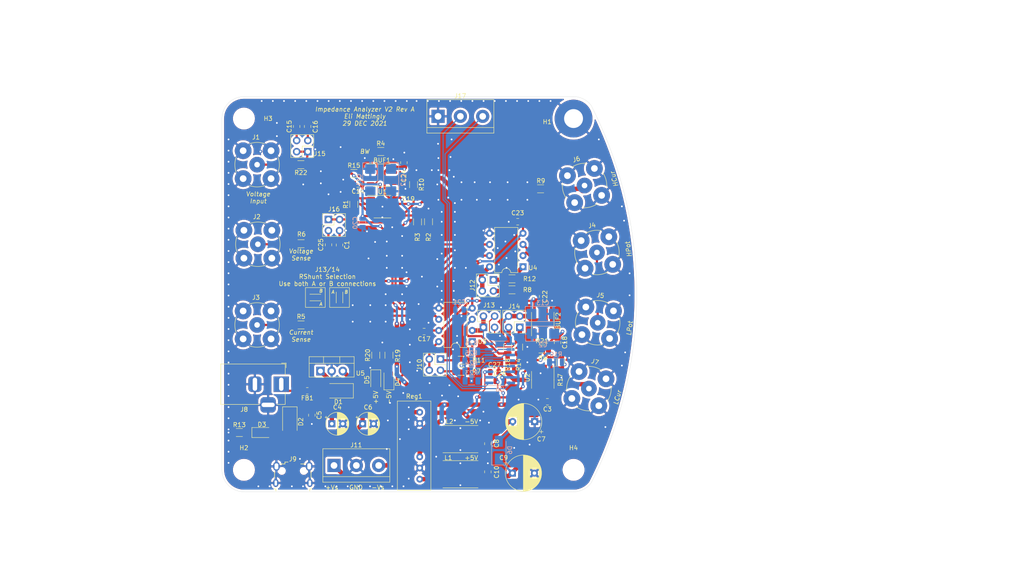
<source format=kicad_pcb>
(kicad_pcb (version 20211014) (generator pcbnew)
  (layers (0 "F.Cu" signal) (31 "B.Cu" signal) (34 "B.Paste" user) (35 "F.Paste" user) (36 "B.SilkS" user "B.Silkscreen") (37 "F.SilkS" user "F.Silkscreen") (38 "B.Mask" user) (39 "F.Mask" user) (44 "Edge.Cuts" user))
  (net 0 "")
  (net 1 "GND")
  (net 2 "Net-(C1-Pad1)")
  (net 3 "Net-(J1-Pad1)")
  (net 4 "Net-(J4-Pad1)")
  (net 5 "Net-(J10-Pad1)")
  (net 6 "Net-(R5-Pad1)")
  (net 7 "Net-(R6-Pad1)")
  (net 8 "Net-(BUF1-Pad6)")
  (net 9 "Net-(C4-Pad1)")
  (net 10 "Net-(D1-Pad2)")
  (net 11 "Net-(FB1-Pad2)")
  (net 12 "Net-(J9-Pad2)")
  (net 13 "+5V")
  (net 14 "Net-(D3-Pad1)")
  (net 15 "-5V")
  (net 16 "+5VP")
  (net 17 "Net-(L1-Pad2)")
  (net 18 "Net-(L2-Pad2)")
  (net 19 "Net-(D4-Pad2)")
  (net 20 "Net-(D5-Pad1)")
  (net 22 "Net-(C15-Pad1)")
  (net 23 "Net-(BUF1-Pad3)")
  (net 24 "Net-(BUF1-Pad1)")
  (net 26 "Net-(BUF2-Pad3)")
  (net 27 "Net-(BUF2-Pad1)")
  (net 28 "IOut")
  (net 33 "IMon+")
  (net 34 "IMon-")
  (net 35 "Net-(J10-Pad2)")
  (net 36 "Net-(J10-Pad3)")
  (net 37 "Net-(J12-Pad2)")
  (net 38 "Net-(R1-Pad2)")
  (net 39 "Net-(R10-Pad2)")
  (net 40 "Net-(J12-Pad1)")
  (net 41 "Net-(J12-Pad3)")
  (net 42 "Net-(J13-Pad3)")
  (net 43 "Net-(J2-Pad1)")
  (net 44 "Net-(J3-Pad1)")
  (net 45 "Net-(J5-Pad1)")
  (net 46 "Buf2Out")
  (net 47 "Net-(R15-Pad1)")
  (net 48 "Net-(J13-Pad4)")
  (net 49 "Net-(R11-Pad1)")
  (net 50 "Net-(R12-Pad1)")
  (net 51 "Net-(R16-Pad1)")
  (net 52 "Net-(C16-Pad1)")
  (net 53 "Net-(C25-Pad1)")
  (net 54 "Net-(J15-Pad1)")
  (net 55 "Net-(J16-Pad1)")
  (net 56 "Net-(J17-Pad2)")
  (net 57 "Net-(J17-Pad3)")
  (net 58 "Net-(R23-Pad1)")
  (net 59 "Net-(R24-Pad1)")
  (net 60 "Net-(R25-Pad1)")
  (net 61 "Net-(R26-Pad1)")
  (footprint "Connector_Coaxial:BNC_TEConnectivity_1478204_Vertical" (layer "F.Cu") (at 78.175 86.125)
    (fp_text reference "J2")
    (fp_text value "Conn_Coaxial")
  )
  (footprint "Connector_Coaxial:BNC_TEConnectivity_1478204_Vertical" (layer "F.Cu") (at 152.5 72.75 15)
    (fp_text reference "J6")
    (fp_text value "Conn_Coaxial")
  )
  (footprint "Connector_Coaxial:BNC_TEConnectivity_1478204_Vertical" (layer "F.Cu") (at 153.5 119 -15)
    (fp_text reference "J7")
    (fp_text value "Conn_Coaxial")
  )
  (footprint "Resistor_SMD:R_1206_3216Metric" (layer "F.Cu") (at 88 104.5 180)
    (fp_text reference "R5")
    (fp_text value "47")
  )
  (footprint "Resistor_SMD:R_1206_3216Metric" (layer "F.Cu") (at 88 86 180)
    (fp_text reference "R6")
    (fp_text value "47")
  )
  (footprint "Resistor_SMD:R_1206_3216Metric" (layer "F.Cu") (at 124.45 115.05)
    (fp_text reference "R7")
    (fp_text value "10k")
  )
  (footprint "Resistor_SMD:R_1206_3216Metric" (layer "F.Cu") (at 136 96.5 180)
    (fp_text reference "R8")
    (fp_text value "10k")
  )
  (footprint "Package_DIP:DIP-8_W7.62mm" (layer "F.Cu") (at 126.95 108.3 180)
    (fp_text reference "U3")
    (fp_text value "INA129")
  )
  (footprint "Connector_Coaxial:BNC_TEConnectivity_1478204_Vertical" (layer "F.Cu") (at 155.5 104 -8)
    (fp_text reference "J5")
    (fp_text value "Conn_Coaxial")
  )
  (footprint "Connector_Coaxial:BNC_TEConnectivity_1478204_Vertical" (layer "F.Cu") (at 155.325 88 8)
    (fp_text reference "J4")
    (fp_text value "Conn_Coaxial")
  )
  (footprint "Package_DIP:DIP-8_W7.62mm" (layer "F.Cu") (at 138.5 91.25 180)
    (fp_text reference "U4")
    (fp_text value "INA129")
  )
  (footprint "Capacitor_THT:CP_Radial_D5.0mm_P2.50mm" (layer "F.Cu") (at 95 127)
    (fp_text reference "C4")
    (fp_text value "22u")
  )
  (footprint "Capacitor_SMD:C_0805_2012Metric" (layer "F.Cu") (at 90.45 125.05 -90)
    (fp_text reference "C5")
    (fp_text value "100n")
  )
  (footprint "Diode_SMD:D_SMA" (layer "F.Cu") (at 96.5 119.5 180)
    (fp_text reference "D1")
    (fp_text value "D")
  )
  (footprint "Diode_SMD:D_SMA" (layer "F.Cu") (at 85.45 126.55 -90)
    (fp_text reference "D2")
    (fp_text value "D_TVS")
  )
  (footprint "Resistor_SMD:R_0805_2012Metric" (layer "F.Cu") (at 89.4125 119.5 180)
    (fp_text reference "FB1")
    (fp_text value "Ferrite_Bead")
  )
  (footprint "Connector_BarrelJack:BarrelJack_Horizontal" (layer "F.Cu") (at 83.5 118)
    (fp_text reference "J8")
    (fp_text value "Barrel_Jack_Switch")
  )
  (footprint "Connector_USB:USB_Micro-B_Wuerth_629105150521" (layer "F.Cu") (at 86.125 138.55)
    (fp_text reference "J9")
    (fp_text value "USB_B_Micro")
  )
  (footprint "Capacitor_THT:CP_Radial_D5.0mm_P2.50mm" (layer "F.Cu") (at 102 127)
    (fp_text reference "C6")
    (fp_text value "22u")
  )
  (footprint "LED_SMD:LED_1206_3216Metric" (layer "F.Cu") (at 79.1 129)
    (fp_text reference "D3")
    (fp_text value "LED")
  )
  (footprint "Resistor_SMD:R_1206_3216Metric" (layer "F.Cu") (at 73.9625 129 180)
    (fp_text reference "R13")
    (fp_text value "1k")
  )
  (footprint "Package_TO_SOT_THT:TO-220-3_Vertical" (layer "F.Cu") (at 92.42 115)
    (fp_text reference "U5")
    (fp_text value "L7805")
  )
  (footprint "Capacitor_THT:CP_Radial_D8.0mm_P5.00mm" (layer "F.Cu") (at 141.152651 126.5 180)
    (fp_text reference "C7")
    (fp_text value "CP")
  )
  (footprint "Capacitor_THT:CP_Radial_D8.0mm_P5.00mm" (layer "F.Cu") (at 136.097349 138.25)
    (fp_text reference "C9")
    (fp_text value "CP")
  )
  (footprint "Resistor_SMD:R_1206_3216Metric" (layer "F.Cu") (at 114.5 81.0375 -90)
    (fp_text reference "R3")
    (fp_text value "DNP")
  )
  (footprint "Resistor_SMD:R_1206_3216Metric" (layer "F.Cu") (at 117 81 90)
    (fp_text reference "R2")
    (fp_text value "10k")
  )
  (footprint "Capacitor_SMD:C_0805_2012Metric" (layer "F.Cu") (at 96.75 86.3 -90)
    (fp_text reference "C1")
    (fp_text value "1n")
  )
  (footprint "Resistor_SMD:R_1206_3216Metric" (layer "F.Cu") (at 100 77.0375 90)
    (fp_text reference "R1")
    (fp_text value "1k")
  )
  (footprint "Package_SO:SO-8_3.9x4.9mm_P1.27mm" (layer "F.Cu") (at 106.525 77.565)
    (fp_text reference "U1")
    (fp_text value "LM358")
  )
  (footprint "Capacitor_SMD:C_0805_2012Metric" (layer "F.Cu") (at 100.95 72.4 180)
    (fp_text reference "C14")
    (fp_text value "100n")
  )
  (footprint "Capacitor_SMD:C_0805_2012Metric" (layer "F.Cu") (at 116 106 180)
    (fp_text reference "C17")
    (fp_text value "100n")
  )
  (footprint "Capacitor_SMD:C_0805_2012Metric" (layer "F.Cu") (at 109.95 74.1)
    (fp_text reference "C19")
    (fp_text value "100n")
  )
  (footprint "LED_SMD:LED_1206_3216Metric" (layer "F.Cu") (at 108 117 90)
    (fp_text reference "D4")
    (fp_text value "LED")
  )
  (footprint "LED_SMD:LED_1206_3216Metric" (layer "F.Cu") (at 105 117 -90)
    (fp_text reference "D5")
    (fp_text value "LED")
  )
  (footprint "Resistor_SMD:R_1206_3216Metric" (layer "F.Cu") (at 108 111.39 90)
    (fp_text reference "R19")
    (fp_text value "1k")
  )
  (footprint "Resistor_SMD:R_1206_3216Metric" (layer "F.Cu") (at 105 111.39 90)
    (fp_text reference "R20")
    (fp_text value "1k")
  )
  (footprint "MountingHole:MountingHole_4.3mm_M4_Pad" (layer "F.Cu") (at 150 57.5)
    (fp_text reference "H1")
    (fp_text value "MountingHole_Pad")
  )
  (footprint "MountingHole:MountingHole_4mm" (layer "F.Cu") (at 75 137.5)
    (fp_text reference "H2")
    (fp_text value "MountingHole")
  )
  (footprint "MountingHole:MountingHole_4mm" (layer "F.Cu") (at 150 137.5)
    (fp_text reference "H4")
    (fp_text value "MountingHole")
  )
  (footprint "MountingHole:MountingHole_4mm" (layer "F.Cu") (at 75 57.5)
    (fp_text reference "H3")
    (fp_text value "MountingHole")
  )
  (footprint "Capacitor_SMD:C_0805_2012Metric" (layer "F.Cu") (at 141.5 98 90)
    (fp_text reference "C22")
    (fp_text value "100n")
  )
  (footprint "Capacitor_SMD:C_0805_2012Metric" (layer "F.Cu") (at 137.3 81 180)
    (fp_text reference "C23")
    (fp_text value "100n")
  )
  (footprint "Capacitor_SMD:C_0805_2012Metric" (layer "F.Cu") (at 111.4 67.55 90)
    (fp_text reference "C24")
    (fp_text value "100n")
  )
  (footprint "Resistor_SMD:R_1206_3216Metric" (layer "F.Cu") (at 142.5 73.5 180)
    (fp_text reference "R9")
    (fp_text value "100")
  )
  (footprint "Connector_Coaxial:BNC_TEConnectivity_1478204_Vertical" (layer "F.Cu") (at 78 68)
    (fp_text reference "J1")
    (fp_text value "Conn_Coaxial")
  )
  (footprint "Package_SO:SO-8_3.9x4.9mm_P1.27mm" (layer "F.Cu") (at 106.4 70.4)
    (fp_text reference "BUF1")
    (fp_text value "BUF634")
  )
  (footprint "Package_SO:SO-8_3.9x4.9mm_P1.27mm" (layer "F.Cu") (at 143 103.55 90)
    (fp_text reference "BUF2")
    (fp_text value "BUF634")
  )
  (footprint "Resistor_SMD:R_1206_3216Metric" (layer "F.Cu") (at 106.1375 65)
    (fp_text reference "R4")
    (fp_text value "DNP")
  )
  (footprint "Resistor_SMD:R_1206_3216Metric" (layer "F.Cu") (at 113.6 72.5375 -90)
    (fp_text reference "R10")
    (fp_text value "0")
  )
  (footprint "Resistor_SMD:R_1206_3216Metric" (layer "F.Cu") (at 135 109.5375 -90)
    (fp_text reference "R18")
    (fp_text value "100")
  )
  (footprint "Resistor_SMD:R_1206_3216Metric" (layer "F.Cu") (at 142.8275 109.975)
    (fp_text reference "R21")
    (fp_text value "DNP")
  )
  (footprint "Package_SO:SO-8_3.9x4.9mm_P1.27mm" (layer "F.Cu") (at 143 117 -90)
    (fp_text reference "U2")
    (fp_text value "LM358")
  )
  (footprint "Capacitor_SMD:C_0805_2012Metric" (layer "F.Cu") (at 144.05 122 180)
    (fp_text reference "C3")
    (fp_text value "100n")
  )
  (footprint "TerminalBlock:TerminalBlock_bornier-3_P5.08mm" (layer "F.Cu") (at 95.5 136.5)
    (fp_text reference "J11")
    (fp_text value "Screw_Terminal_01x03")
  )
  (footprint "Capacitor_SMD:C_0805_2012Metric" (layer "F.Cu") (at 130.5 137.95 90)
    (fp_text reference "C10")
    (fp_text value "100n")
  )
  (footprint "Inductor_SMD:L_Taiyo-Yuden_NR-60xx_HandSoldering" (layer "F.Cu") (at 124.275 130.5 180)
    (fp_text reference "L2")
    (fp_text value "10u")
  )
  (footprint "Martinos:SIP-2W-7" (layer "F.Cu") (at 115 132 -90)
    (fp_text reference "Reg1")
    (fp_text value "DPUN02L-XX")
  )
  (footprint "Capacitor_SMD:C_0805_2012Metric" (layer "F.Cu") (at 130.5 131.55 -90)
    (fp_text reference "C8")
    (fp_text value "100n")
  )
  (footprint "Inductor_SMD:L_Taiyo-Yuden_NR-60xx_HandSoldering" (layer "F.Cu") (at 124.275 138.5 180)
    (fp_text reference "L1")
    (fp_text value "10u")
  )
  (footprint "Capacitor_SMD:C_0805_2012Metric" (layer "F.Cu") (at 146.365 108.525 -90)
    (fp_text reference "C18")
    (fp_text value "100n")
  )
  (footprint "Resistor_SMD:R_1206_3216Metric" (layer "F.Cu") (at 87.9625 68 180)
    (fp_text reference "R22")
    (fp_text value "1k")
  )
  (footprint "Capacitor_SMD:C_0805_2012Metric" (layer "F.Cu") (at 89.5 59.3 90)
    (fp_text reference "C16")
    (fp_text value "10n")
  )
  (footprint "Connector_PinHeader_2.54mm:PinHeader_2x02_P2.54mm_Vertical" (layer "F.Cu") (at 94.225 80.475)
    (fp_text reference "J16")
    (fp_text value "Conn_02x02_Counter_Clockwise")
  )
  (footprint "Resistor_SMD:R_1206_3216Metric" (layer "F.Cu") (at 147 113.0375 90)
    (fp_text reference "R17")
    (fp_text value "50")
  )
  (footprint "TerminalBlock:TerminalBlock_bornier-3_P5.08mm" (layer "F.Cu") (at 119.17 57)
    (fp_text reference "J17")
    (fp_text value "Screw_Terminal_01x03")
  )
  (footprint "Capacitor_SMD:C_0805_2012Metric" (layer "F.Cu") (at 132 115.25)
    (fp_text reference "C27")
    (fp_text value "100n")
  )
  (footprint "Connector_PinHeader_2.54mm:PinHeader_2x02_P2.54mm_Vertical" (layer "F.Cu") (at 89.54 65.04 180)
    (fp_text reference "J15")
    (fp_text value "Conn_02x02_Counter_Clockwise")
  )
  (footprint "Capacitor_SMD:C_0805_2012Metric" (layer "F.Cu") (at 87 59.3 90)
    (fp_text reference "C15")
    (fp_text value "1n")
  )
  (footprint "Capacitor_SMD:C_0805_2012Metric" (layer "F.Cu") (at 94.25 86.25 -90)
    (fp_text reference "C25")
    (fp_text value "10n")
  )
  (footprint "Resistor_SMD:R_1206_3216Metric" (layer "F.Cu") (at 137.5 109.5375 -90)
    (fp_text reference "R14")
    (fp_text value "10k")
  )
  (footprint "Connector_PinHeader_2.54mm:PinHeader_2x02_P2.54mm_Vertical" (layer "F.Cu") (at 129.5 105.04 90)
    (fp_text reference "J13")
    (fp_text value "Conn_02x02_Counter_Clockwise")
  )
  (footprint "Connector_PinHeader_2.54mm:PinHeader_2x02_P2.54mm_Vertical" (layer "F.Cu") (at 119.725 112.275 -90)
    (fp_text reference "J10")
    (fp_text value "Conn_02x02_Counter_Clockwise")
  )
  (footprint "Connector_Coaxial:BNC_TEConnectivity_1478204_Vertical" (layer "F.Cu") (at 78 104.5)
    (fp_text reference "J3")
    (fp_text value "Conn_Coaxial")
  )
  (footprint "Capacitor_SMD:C_0805_2012Metric" (layer "F.Cu") (at 133.25 117.25)
    (fp_text reference "C26")
    (fp_text value "100n")
  )
  (footprint "Resistor_SMD:R_1206_3216Metric" (layer "F.Cu") (at 100.0375 70)
    (fp_text reference "R15")
    (fp_text value "50")
  )
  (footprint "Connector_PinHeader_2.54mm:PinHeader_2x02_P2.54mm_Vertical" (layer "F.Cu") (at 131.775 94.225 -90)
    (fp_text reference "J12")
    (fp_text value "Conn_02x02_Counter_Clockwise")
  )
  (footprint "Resistor_SMD:R_1206_3216Metric" (layer "F.Cu") (at 124.45 112.55 180)
    (fp_text reference "R11")
    (fp_text value "1k")
  )
  (footprint "Resistor_SMD:R_1206_3216Metric" (layer "F.Cu") (at 136 94 180)
    (fp_text reference "R12")
    (fp_text value "1k")
  )
  (footprint "Connector_PinHeader_2.54mm:PinHeader_2x02_P2.54mm_Vertical" (layer "F.Cu") (at 137.775 105.04 180)
    (fp_text reference "J14")
    (fp_text value "Conn_02x02_Counter_Clockwise")
  )
  (footprint "Capacitor_SMD:C_0805_2012Metric" (layer "B.Cu") (at 102 81.25 -90)
    (fp_text reference "C20")
    (fp_text value "100n")
  )
  (footprint "Capacitor_SMD:C_0805_2012Metric" (layer "B.Cu") (at 124.05 101 180)
    (fp_text reference "C21")
    (fp_text value "100n")
  )
  (footprint "Resistor_SMD:R_1206_3216Metric" (layer "B.Cu") (at 126.7125 112.75 180)
    (fp_text reference "R25")
    (fp_text value "1k")
  )
  (footprint "Resistor_SMD:R_1206_3216Metric" (layer "B.Cu") (at 146 113 180)
    (fp_text reference "R16")
    (fp_text value "10k")
  )
  (footprint "Package_SO:SOIC-16_3.9x9.9mm_P1.27mm" (layer "B.Cu") (at 133.25 113.25)
    (fp_text reference "U6")
    (fp_text value "MUX509ID")
  )
  (footprint "Resistor_SMD:R_1206_3216Metric" (layer "B.Cu") (at 126.75 115 180)
    (fp_text reference "R24")
    (fp_text value "10k")
  )
  (footprint "Resistor_SMD:R_1206_3216Metric" (layer "B.Cu") (at 126.7875 117.25 180)
    (fp_text reference "R23")
    (fp_text value "100k")
  )
  (footprint "Capacitor_Tantalum_SMD:CP_EIA-6032-20_AVX-F_Pad2.25x2.35mm_HandSolder" (layer "B.Cu") (at 108.5 71.5 -90)
    (fp_text reference "C12")
    (fp_text value "C_Polarized")
  )
  (footprint "Capacitor_Tantalum_SMD:CP_EIA-6032-20_AVX-F_Pad2.25x2.35mm_HandSolder" (layer "B.Cu") (at 103.75 71.5 -90)
    (fp_text reference "C11")
    (fp_text value "C_Polarized")
  )
  (footprint "Capacitor_Tantalum_SMD:CP_EIA-6032-20_AVX-F_Pad2.25x2.35mm_HandSolder" (layer "B.Cu") (at 142.95 102)
    (fp_text reference "C13")
    (fp_text value "C_Polarized")
  )
  (footprint "Resistor_SMD:R_1206_3216Metric" (layer "B.Cu") (at 126.75 110.5 180)
    (fp_text reference "R26")
    (fp_text value "100")
  )
  (footprint "Capacitor_Tantalum_SMD:CP_EIA-6032-20_AVX-F_Pad2.25x2.35mm_HandSolder" (layer "B.Cu") (at 143.05 106.5)
    (fp_text reference "C2")
    (fp_text value "C_Polarized")
  )
  (footprint "Diode_SMD:D_SMA" (layer "B.Cu") (at 133 133 90)
    (fp_text reference "D6")
    (fp_text value "D_TVS")
  )
  (gr_line (start 90 99) (end 92.5 99) (layer "F.SilkS") (width 0.12))
  (gr_line (start 96 97) (end 96 99.5) (layer "F.SilkS") (width 0.12))
  (gr_rect (start 94.5 96) (end 99 100.5) (layer "F.SilkS") (width 0.12) (fill none))
  (gr_rect (start 89 96) (end 93.5 100.5) (layer "F.SilkS") (width 0.12) (fill none))
  (gr_line (start 90 97.5) (end 92.5 97.5) (layer "F.SilkS") (width 0.12))
  (gr_line (start 97.5 97) (end 97.5 99.5) (layer "F.SilkS") (width 0.12))
  (gr_line (start 70 57.5) (end 70 137.5) (layer "Edge.Cuts") (width 0.05))
  (gr_arc (start 70 57.5) (mid 71.464466 53.964466) (end 75 52.5) (layer "Edge.Cuts") (width 0.05))
  (gr_arc (start 75 142.5) (mid 71.464466 141.035534) (end 70 137.5) (layer "Edge.Cuts") (width 0.05))
  (gr_arc (start 154 140.5) (mid 152.236068 141.972136) (end 150 142.5) (layer "Edge.Cuts") (width 0.05))
  (gr_arc (start 150 52.5) (mid 152.236068 53.027864) (end 154 54.5) (layer "Edge.Cuts") (width 0.05))
  (gr_arc (start 153.999999 54.5) (mid 164.366307 97.5) (end 153.999999 140.499999) (layer "Edge.Cuts") (width 0.05))
  (gr_line (start 150 52.5) (end 75 52.5) (layer "Edge.Cuts") (width 0.05))
  (gr_line (start 75 142.5) (end 150 142.5) (layer "Edge.Cuts") (width 0.05))
  (gr_text "Voltage\nSense" (at 88 88.5) (layer "F.SilkS") (effects (font (size 1 1) (thickness 0.15) italic)))
  (gr_text "Voltage\nInput" (at 78.25 75.5) (layer "F.SilkS") (effects (font (size 1 1) (thickness 0.15) italic)))
  (gr_text "HCur" (at 159.25 71.25 105) (layer "F.SilkS") (effects (font (size 1 1) (thickness 0.15) italic)))
  (gr_text "HPot" (at 162.5 87.25 98) (layer "F.SilkS") (effects (font (size 1 1) (thickness 0.15) italic)))
  (gr_text "LPot" (at 162.75 105.25 83) (layer "F.SilkS") (effects (font (size 1 1) (thickness 0.15) italic)))
  (gr_text "LCur" (at 160 121 75) (layer "F.SilkS") (effects (font (size 1 1) (thickness 0.15) italic)))
  (gr_text "-Vs" (at 105.5 141.5) (layer "F.SilkS") (effects (font (size 1 1))))
  (gr_text "+Vs" (at 95 141.5) (layer "F.SilkS") (effects (font (size 1 1))))
  (gr_text "GND" (at 100.5 141.5) (layer "F.SilkS") (effects (font (size 1 1))))
  (gr_text "BW" (at 143 112.05) (layer "F.SilkS") (effects (font (size 1 1) (thickness 0.15) italic)))
  (gr_text "-5V" (at 126.75 126.5) (layer "F.SilkS") (effects (font (size 1 1))))
  (gr_text "B" (at 92.5 96.75) (layer "F.SilkS") (effects (font (size 0.75 0.75) (thickness 0.15) italic)))
  (gr_text "-5V" (at 108 121 90) (layer "F.SilkS") (effects (font (size 1 1))))
  (gr_text "Impedance Analyzer V2 Rev A\nEli Mattingly\n29 DEC 2021" (at 102.5 57) (layer "F.SilkS") (effects (font (size 1 1) (thickness 0.15) italic)))
  (gr_text "BW" (at 102.5 65) (layer "F.SilkS") (effects (font (size 1 1) (thickness 0.15) italic)))
  (gr_text "A" (at 92.5 99.75) (layer "F.SilkS") (effects (font (size 0.75 0.75) (thickness 0.15) italic)))
  (gr_text "B" (at 98.25 97) (layer "F.SilkS") (effects (font (size 0.75 0.75) (thickness 0.15) italic)))
  (gr_text "+5V" (at 126.75 134.75) (layer "F.SilkS") (effects (font (size 1 1))))
  (gr_text "Current\nSense" (at 88 107) (layer "F.SilkS") (effects (font (size 1 1) (thickness 0.15) italic)))
  (gr_text "J13/14\nRShunt Selection\nUse both A or B connections" (at 94 93.5) (layer "F.SilkS") (effects (font (size 1 1))))
  (gr_text "+5V" (at 105 121 90) (layer "F.SilkS") (effects (font (size 1 1))))
  (gr_text "A" (at 95.25 97) (layer "F.SilkS") (effects (font (size 0.75 0.75) (thickness 0.15) italic)))
  (segment (start 134.2 116.5) (end 132.95 115.25) (width 0.25) (layer "F.Cu") (net 1))
  (segment (start 87.425 136.65) (end 89.8 136.65) (width 0.25) (layer "F.Cu") (net 1))
  (segment (start 134.2 117.25) (end 134.2 116.95) (width 0.25) (layer "F.Cu") (net 1))
  (segment (start 134.2 117.25) (end 134.2 116.5) (width 0.25) (layer "F.Cu") (net 1))
  (segment (start 87.425 135.825) (end 87.75 135.5) (width 0.25) (layer "F.Cu") (net 1))
  (segment (start 142.5 122) (end 142 121.5) (width 0.5) (layer "F.Cu") (net 1))
  (segment (start 72.5 129) (end 71.5 129) (width 0.5) (layer "F.Cu") (net 1))
  (segment (start 142.365 115.365) (end 142.5 115.5) (width 0.5) (layer "F.Cu") (net 1))
  (segment (start 142.365 114.425) (end 142.365 115.365) (width 0.5) (layer "F.Cu") (net 1))
  (segment (start 100 72.4) (end 100 73.5) (width 0.5) (layer "F.Cu") (net 1))
  (segment (start 134.2 116.95) (end 133.75 116.5) (width 0.25) (layer "F.Cu") (net 1))
  (segment (start 143.1 122) (end 142.5 122) (width 0.5) (layer "F.Cu") (net 1))
  (segment (start 87.425 136.65) (end 87.425 135.825) (width 0.25) (layer "F.Cu") (net 1))
  (segment (start 87.75 135.5) (end 87.75 135) (width 0.25) (layer "F.Cu") (net 1))
  (segment (start 89.8 136.65) (end 89.85 136.7) (width 0.25) (layer "F.Cu") (net 1))
  (via (at 82.5 61.5) (size 0.8) (drill 0.4) (layers "F.Cu" "B.Cu") (net 1))
  (via (at 82.5 58.5) (size 0.8) (drill 0.4) (layers "F.Cu" "B.Cu") (net 1))
  (via (at 103.75 100) (size 0.8) (drill 0.4) (layers "F.Cu" "B.Cu") (net 1))
  (via (at 107.25 100) (size 0.8) (drill 0.4) (layers "F.Cu" "B.Cu") (net 1))
  (via (at 103.75 114.25) (size 0.8) (drill 0.4) (layers "F.Cu" "B.Cu") (net 1))
  (via (at 107.5 91.5) (size 0.8) (drill 0.4) (layers "F.Cu" "B.Cu") (net 1))
  (via (at 129.5 83) (size 0.8) (drill 0.4) (layers "F.Cu" "B.Cu") (net 1))
  (via (at 97.6 71.4) (size 0.8) (drill 0.4) (layers "F.Cu" "B.Cu") (net 1))
  (via (at 97 74.2) (size 0.8) (drill 0.4) (layers "F.Cu" "B.Cu") (net 1))
  (via (at 78.75 65) (size 0.8) (drill 0.4) (layers "F.Cu" "B.Cu") (net 1))
  (via (at 106.5 108.5) (size 0.8) (drill 0.4) (layers "F.Cu" "B.Cu") (net 1))
  (via (at 132.75 87) (size 0.8) (drill 0.4) (layers "F.Cu" "B.Cu") (net 1))
  (via (at 134.5 85.5) (size 0.8) (drill 0.4) (layers "F.Cu" "B.Cu") (net 1))
  (via (at 112.5 139.5) (size 0.8) (drill 0.4) (layers "F.Cu" "B.Cu") (net 1))
  (via (at 130.5 136) (size 0.8) (drill 0.4) (layers "F.Cu" "B.Cu") (net 1))
  (via (at 124.25 136) (size 0.8) (drill 0.4) (layers "F.Cu" "B.Cu") (net 1))
  (via (at 124.25 141) (size 0.8) (drill 0.4) (layers "F.Cu" "B.Cu") (net 1))
  (via (at 110.5 130.5) (size 0.8) (drill 0.4) (layers "F.Cu" "B.Cu") (net 1))
  (via (at 112.5 128.25) (size 0.8) (drill 0.4) (layers "F.Cu" "B.Cu") (net 1))
  (via (at 130.5 133.5) (size 0.8) (drill 0.4) (layers "F.Cu" "B.Cu") (net 1))
  (via (at 129.5 124.25) (size 0.8) (drill 0.4) (layers "F.Cu" "B.Cu") (net 1))
  (via (at 124.25 133) (size 0.8) (drill 0.4) (layers "F.Cu" "B.Cu") (net 1))
  (via (at 124.25 128) (size 0.8) (drill 0.4) (layers "F.Cu" "B.Cu") (net 1))
  (via (at 112.5 123.25) (size 0.8) (drill 0.4) (layers "F.Cu" "B.Cu") (net 1))
  (via (at 112 95.75) (size 0.8) (drill 0.4) (layers "F.Cu" "B.Cu") (net 1))
  (via (at 99.75 100) (size 0.8) (drill 0.4) (layers "F.Cu" "B.Cu") (net 1))
  (via (at 107.5 88.75) (size 0.8) (drill 0.4) (layers "F.Cu" "B.Cu") (net 1))
  (via (at 107.5 85.5) (size 0.8) (drill 0.4) (layers "F.Cu" "B.Cu") (net 1))
  (via (at 108.75 82.25) (size 0.8) (drill 0.4) (layers "F.Cu" "B.Cu") (net 1))
  (via (at 111 84.25) (size 0.8) (drill 0.4) (layers "F.Cu" "B.Cu") (net 1))
  (via (at 111 88.75) (size 0.8) (drill 0.4) (layers "F.Cu" "B.Cu") (net 1))
  (via (at 111 91.5) (size 0.8) (drill 0.4) (layers "F.Cu" "B.Cu") (net 1))
  (via (at 71.5 64.79) (size 0.8) (drill 0.4) (layers "F.Cu" "B.Cu") (net 1))
  (via (at 71.5 67.33) (size 0.8) (drill 0.4) (layers "F.Cu" "B.Cu") (net 1))
  (via (at 71.5 69.87) (size 0.8) (drill 0.4) (layers "F.Cu" "B.Cu") (net 1))
  (via (at 71.5 72.41) (size 0.8) (drill 0.4) (layers "F.Cu" "B.Cu") (net 1))
  (via (at 71.5 74.95) (size 0.8) (drill 0.4) (layers "F.Cu" "B.Cu") (net 1))
  (via (at 71.5 77.49) (size 0.8) (drill 0.4) (layers "F.Cu" "B.Cu") (net 1))
  (via (at 71.5 80.03) (size 0.8) (drill 0.4) (layers "F.Cu" "B.Cu") (net 1))
  (via (at 71.5 82.57) (size 0.8) (drill 0.4) (layers "F.Cu" "B.Cu") (net 1))
  (via (at 71.5 85.11) (size 0.8) (drill 0.4) (layers "F.Cu" "B.Cu") (net 1))
  (via (at 71.5 87.65) (size 0.8) (drill 0.4) (layers "F.Cu" "B.Cu") (net 1))
  (via (at 71.5 90.19) (size 0.8) (drill 0.4) (layers "F.Cu" "B.Cu") (net 1))
  (via (at 71.5 92.73) (size 0.8) (drill 0.4) (layers "F.Cu" "B.Cu") (net 1))
  (via (at 71.5 95.27) (size 0.8) (drill 0.4) (layers "F.Cu" "B.Cu") (net 1))
  (via (at 71.5 97.81) (size 0.8) (drill 0.4) (layers "F.Cu" "B.Cu") (net 1))
  (via (at 71.5 100.35) (size 0.8) (drill 0.4) (layers "F.Cu" "B.Cu") (net 1))
  (via (at 71.5 102.89) (size 0.8) (drill 0.4) (layers "F.Cu" "B.Cu") (net 1))
  (via (at 71.5 105.43) (size 0.8) (drill 0.4) (layers "F.Cu" "B.Cu") (net 1))
  (via (at 71.5 107.97) (size 0.8) (drill 0.4) (layers "F.Cu" "B.Cu") (net 1))
  (via (at 71.5 110.51) (size 0.8) (drill 0.4) (layers "F.Cu" "B.Cu") (net 1))
  (via (at 71.5 113.05) (size 0.8) (drill 0.4) (layers "F.Cu" "B.Cu") (net 1))
  (via (at 71.5 115.59) (size 0.8) (drill 0.4) (layers "F.Cu" "B.Cu") (net 1))
  (via (at 71.5 118.13) (size 0.8) (drill 0.4) (layers "F.Cu" "B.Cu") (net 1))
  (via (at 71.5 120.67) (size 0.8) (drill 0.4) (layers "F.Cu" "B.Cu") (net 1))
  (via (at 71.5 123.21) (size 0.8) (drill 0.4) (layers "F.Cu" "B.Cu") (net 1))
  (via (at 71.5 125.75) (size 0.8) (drill 0.4) (layers "F.Cu" "B.Cu") (net 1))
  (via (at 71.5 128.29) (size 0.8) (drill 0.4) (layers "F.Cu" "B.Cu") (net 1))
  (via (at 71.5 130.83) (size 0.8) (drill 0.4) (layers "F.Cu" "B.Cu") (net 1))
  (via (at 71.5 133.37) (size 0.8) (drill 0.4) (layers "F.Cu" "B.Cu") (net 1))
  (via (at 71.5 135.91) (size 0.8) (drill 0.4) (layers "F.Cu" "B.Cu") (net 1))
  (via (at 104.44 53.5) (size 0.8) (drill 0.4) (layers "F.Cu" "B.Cu") (net 1))
  (via (at 81.58 53.5) (size 0.8) (drill 0.4) (layers "F.Cu" "B.Cu") (net 1))
  (via (at 89.2 53.5) (size 0.8) (drill 0.4) (layers "F.Cu" "B.Cu") (net 1))
  (via (at 91.74 53.5) (size 0.8) (drill 0.4) (layers "F.Cu" "B.Cu") (net 1))
  (via (at 106.98 53.5) (size 0.8) (drill 0.4) (layers "F.Cu" "B.Cu") (net 1))
  (via (at 101.9 53.5) (size 0.8) (drill 0.4) (layers "F.Cu" "B.Cu") (net 1))
  (via (at 84.12 53.5) (size 0.8) (drill 0.4) (layers "F.Cu" "B.Cu") (net 1))
  (via (at 99.36 53.5) (size 0.8) (drill 0.4) (layers "F.Cu" "B.Cu") (net 1))
  (via (at 109.52 53.5) (size 0.8) (drill 0.4) (layers "F.Cu" "B.Cu") (net 1))
  (via (at 112.06 53.5) (size 0.8) (drill 0.4) (layers "F.Cu" "B.Cu") (net 1))
  (via (at 86.66 53.5) (size 0.8) (drill 0.4) (layers "F.Cu" "B.Cu") (net 1))
  (via (at 96.82 53.5) (size 0.8) (drill 0.4) (layers "F.Cu" "B.Cu") (net 1))
  (via (at 79.04 53.5) (size 0.8) (drill 0.4) (layers "F.Cu" "B.Cu") (net 1))
  (via (at 94.28 53.5) (size 0.8) (drill 0.4) (layers "F.Cu" "B.Cu") (net 1))
  (via (at 131 72) (size 0.8) (drill 0.4) (layers "F.Cu" "B.Cu") (net 1))
  (via (at 135 72) (size 0.8) (drill 0.4) (layers "F.Cu" "B.Cu") (net 1))
  (via (at 127.5 72) (size 0.8) (drill 0.4) (layers "F.Cu" "B.Cu") (net 1))
  (via (at 114.25 69.25) (size 0.8) (drill 0.4) (layers "F.Cu" "B.Cu") (net 1))
  (via (at 117.75 69.25) (size 0.8) (drill 0.4) (layers "F.Cu" "B.Cu") (net 1))
  (via (at 121.75 69.25) (size 0.8) (drill 0.4) (layers "F.Cu" "B.Cu") (net 1))
  (via (at 111.5 72.5) (size 0.8) (drill 0.4) (layers "F.Cu" "B.Cu") (net 1))
  (via (at 119 72.5) (size 0.8) (drill 0.4) (layers "F.Cu" "B.Cu") (net 1))
  (via (at 115 72.5) (size 0.8) (drill 0.4) (layers "F.Cu" "B.Cu") (net 1))
  (via (at 112.75 113) (size 0.8) (drill 0.4) (layers "F.Cu" "B.Cu") (net 1))
  (via (at 112.75 109) (size 0.8) (drill 0.4) (layers "F.Cu" "B.Cu") (net 1))
  (via (at 112.75 105.5) (size 0.8) (drill 0.4) (layers "F.Cu" "B.Cu") (net 1))
  (via (at 122.578427 110.078427) (size 0.8) (drill 0.4) (layers "F.Cu" "B.Cu") (net 1))
  (via (at 120.078427 120.578427) (size 0.8) (drill 0.4) (layers "F.Cu" "B.Cu") (net 1))
  (via (at 114.421573 114.921573) (size 0.8) (drill 0.4) (layers "F.Cu" "B.Cu") (net 1))
  (via (at 117.25 117.75) (size 0.8) (drill 0.4) (layers "F.Cu" "B.Cu") (net 1))
  (via (at 130.75 126.75) (size 0.8) (drill 0.4) (layers "F.Cu" "B.Cu") (net 1))
  (via (at 128.75 126.25) (size 0.8) (drill 0.4) (layers "F.Cu" "B.Cu") (net 1))
  (via (at 123 126.25) (size 0.8) (drill 0.4) (layers "F.Cu" "B.Cu") (net 1))
  (via (at 123.75 120.75) (size 0.8) (drill 0.4) (layers "F.Cu" "B.Cu") (net 1))
  (via (at 140 131.75) (size 0.8) (drill 0.4) (layers "F.Cu" "B.Cu") (net 1))
  (via (at 136.5 132.5) (size 0.8) (drill 0.4) (layers "F.Cu" "B.Cu") (net 1))
  (via (at 118.75 134.5) (size 0.8) (drill 0.4) (layers "F.Cu" "B.Cu") (net 1))
  (via (at 107.5 132.75) (size 0.8) (drill 0.4) (layers "F.Cu" "B.Cu") (net 1))
  (via (at 107.75 126.25) (size 0.8) (drill 0.4) (layers "F.Cu" "B.Cu") (net 1))
  (via (at 112.5 126) (size 0.8) (drill 0.4) (layers "F.Cu" "B.Cu") (net 1))
  (via (at 108.25 122.25) (size 0.8) (drill 0.4) (layers "F.Cu" "B.Cu") (net 1))
  (via (at 111.25 120) (size 0.8) (drill 0.4) (layers "F.Cu" "B.Cu") (net 1))
  (via (at 124.5 102.5) (size 0.8) (drill 0.4) (layers "F.Cu" "B.Cu") (net 1))
  (via (at 149 112) (size 0.8) (drill 0.4) (layers "F.Cu" "B.Cu") (net 1))
  (via (at 147.25 116.5) (size 0.8) (drill 0.4) (layers "F.Cu" "B.Cu") (net 1))
  (via (at 148 108.5) (size 0.8) (drill 0.4) (layers "F.Cu" "B.Cu") (net 1))
  (via (at 135.25 81) (size 0.8) (drill 0.4) (layers "F.Cu" "B.Cu") (net 1))
  (via (at 98.25 83) (size 0.8) (drill 0.4) (layers "F.Cu" "B.Cu") (net 1))
  (via (at 111.75 73.5) (size 0.8) (drill 0.4) (layers "F.Cu" "B.Cu") (net 1))
  (via (at 111.5 65.25) (size 0.8) (drill 0.4) (layers "F.Cu" "B.Cu") (net 1))
  (via (at 109 66.75) (size 0.8) (drill 0.4) (layers "F.Cu" "B.Cu") (net 1))
  (via (at 102.5 66.5) (size 0.8) (drill 0.4) (layers "F.Cu" "B.Cu") (net 1))
  (via (at 97 64) (size 0.8) (drill 0.4) (layers "F.Cu" "B.Cu") (net 1))
  (via (at 94.25 74.75) (size 0.8) (drill 0.4) (layers "F.Cu" "B.Cu") (net 1))
  (via (at 92.5 72.25) (size 0.8) (drill 0.4) (layers "F.Cu" "B.Cu") (net 1))
  (via (at 92.5 69.5) (size 0.8) (drill 0.4) (layers "F.Cu" "B.Cu") (net 1))
  (via (at 91.25 64.5) (size 0.8) (drill 0.4) (layers "F.Cu" "B.Cu") (net 1))
  (via (at 88.5 72.5) (size 0.8) (drill 0.4) (layers "F.Cu" "B.Cu") (net 1))
  (via (at 95.5 78.5) (size 0.8) (drill 0.4) (layers "F.Cu" "B.Cu") (net 1))
  (via (at 155.75 62.25) (size 0.8) (drill 0.4) (layers "F.Cu" "B.Cu") (net 1))
  (via (at 161 77.5) (size 0.8) (drill 0.4) (layers "F.Cu" "B.Cu") (net 1))
  (via (at 161.5 80.75) (size 0.8) (drill 0.4) (layers "F.Cu" "B.Cu") (net 1))
  (via (at 162.75 92.75) (size 0.8) (drill 0.4) (layers "F.Cu" "B.Cu") (net 1))
  (via (at 162.75 97.75) (size 0.8) (drill 0.4) (layers "F.Cu" "B.Cu") (net 1))
  (via (at 161.75 110.75) (size 0.8) (drill 0.4) (layers "F.Cu" "B.Cu") (net 1))
  (via (at 161 113.75) (size 0.8) (drill 0.4) (layers "F.Cu" "B.Cu") (net 1))
  (via (at 157.25 127.75) (size 0.8) (drill 0.4) (layers "F.Cu" "B.Cu") (net 1))
  (via (at 87.75 135) (size 0.8) (drill 0.4) (layers "F.Cu" "B.Cu") (net 1))
  (via (at 111.31 141.25) (size 0.8) (drill 0.4) (layers "F.Cu" "B.Cu") (net 1))
  (via (at 106.23 141.25) (size 0.8) (drill 0.4) (layers "F.Cu" "B.Cu") (net 1))
  (via (at 145.115 98.975) (size 0.8) (drill 0.4) (layers "F.Cu" "B.Cu") (net 1))
  (via (at 108.77 141.25) (size 0.8) (drill 0.4) (layers "F.Cu" "B.Cu") (net 1))
  (via (at 78.29 141.25) (size 0.8) (drill 0.4) (layers "F.Cu" "B.Cu") (net 1))
  (via (at 121.75 118.25) (size 0.8) (drill 0.4) (layers "F.Cu" "B.Cu") (net 1))
  (via (at 123 81) (size 0.8) (drill 0.4) (layers "F.Cu" "B.Cu") (net 1))
  (via (at 135 76) (size 0.8) (drill 0.4) (layers "F.Cu" "B.Cu") (net 1))
  (via (at 93.53 141.25) (size 0.8) (drill 0.4) (layers "F.Cu" "B.Cu") (net 1))
  (via (at 85.91 141.25) (size 0.8) (drill 0.4) (layers "F.Cu" "B.Cu") (net 1))
  (via (at 119.37 53.5) (size 0.8) (drill 0.4) (layers "F.Cu" "B.Cu") (net 1))
  (via (at 114.75 99.75) (size 0.8) (drill 0.4) (layers "F.Cu" "B.Cu") (net 1))
  (via (at 120 98.75) (size 0.8) (drill 0.4) (layers "F.Cu" "B.Cu") (net 1))
  (via (at 122.75 98.75) (size 0.8) (drill 0.4) (layers "F.Cu" "B.Cu") (net 1))
  (via (at 103.75 103.75) (size 0.8) (drill 0.4) (layers "F.Cu" "B.Cu") (net 1))
  (via (at 123 87.5) (size 0.8) (drill 0.4) (layers "F.Cu" "B.Cu") (net 1))
  (via (at 116.83 53.5) (size 0.8) (drill 0.4) (layers "F.Cu" "B.Cu") (net 1))
  (via (at 121.5 75.5) (size 0.8) (drill 0.4) (layers "F.Cu" "B.Cu") (net 1))
  (via (at 122 66.25) (size 0.8) (drill 0.4) (layers "F.Cu" "B.Cu") (net 1))
  (via (at 139.5 72) (size 0.8) (drill 0.4) (layers "F.Cu" "B.Cu") (net 1))
  (via (at 124.45 53.5) (size 0.8) (drill 0.4) (layers "F.Cu" "B.Cu") (net 1))
  (via (at 88.45 141.25) (size 0.8) (drill 0.4) (layers "F.Cu" "B.Cu") (net 1))
  (via (at 96.07 141.25) (size 0.8) (drill 0.4) (layers "F.Cu" "B.Cu") (net 1))
  (via (at 122.75 96.75) (size 0.8) (drill 0.4) (layers "F.Cu" "B.Cu") (net 1))
  (via (at 120 94.5) (size 0.8) (drill 0.4) (layers "F.Cu" "B.Cu") (net 1))
  (via (at 71.5 62.25) (size 0.8) (drill 0.4) (layers "F.Cu" "B.Cu") (net 1))
  (via (at 90.45 127.05) (size 0.8) (drill 0.4) (layers "F.Cu" "B.Cu") (net 1))
  (via (at 131 76) (size 0.8) (drill 0.4) (layers "F.Cu" "B.Cu") (net 1))
  (via (at 123 76.75) (size 0.8) (drill 0.4) (layers "F.Cu" "B.Cu") (net 1))
  (via (at 106.525 77.565) (size 0.8) (drill 0.4) (layers "F.Cu" "B.Cu") (net 1))
  (via (at 107.25 97.5) (size 0.8) (drill 0.4) (layers "F.Cu" "B.Cu") (net 1))
  (via (at 119.25 66.5) (size 0.8) (drill 0.4) (layers "F.Cu" "B.Cu") (net 1))
  (via (at 103 83.2) (size 0.8) (drill 0.4) (layers "F.Cu" "B.Cu") (net 1))
  (via (at 112 92.5) (size 0.8) (drill 0.4) (layers "F.Cu" "B.Cu") (net 1))
  (via (at 120 96.75) (size 0.8) (drill 0.4) (layers "F.Cu" "B.Cu") (net 1))
  (via (at 137.5 121.5) (size 0.8) (drill 0.4) (layers "F.Cu" "B.Cu") (net 1))
  (via (at 119.25 76) (size 0.8) (drill 0.4) (layers "F.Cu" "B.Cu") (net 1))
  (via (at 122.75 70.75) (size 0.8) (drill 0.4) (layers "F.Cu" "B.Cu") (net 1))
  (via (at 107.25 103.75) (size 0.8) (drill 0.4) (layers "F.Cu" "B.Cu") (net 1))
  (via (at 119 95.75) (size 0.8) (drill 0.4) (layers "F.Cu" "B.Cu") (net 1))
  (via (at 112.75 103.25) (size 0.8) (drill 0.4) (layers "F.Cu" "B.Cu") (net 1))
  (via (at 139.5 113) (size 0.8) (drill 0.4) (layers "F.Cu" "B.Cu") (net 1))
  (via (at 104.85 85.6) (size 0.8) (drill 0.4) (layers "F.Cu" "B.Cu") (net 1))
  (via (at 124.5 76) (size 0.8) (drill 0.4) (layers "F.Cu" "B.Cu") (net 1))
  (via (at 119 89.5) (size 0.8) (drill 0.4) (layers "F.Cu" "B.Cu") (net 1))
  (via (at 114.29 53.5) (size 0.8) (drill 0.4) (layers "F.Cu" "B.Cu") (net 1))
  (via (at 124.5 72) (size 0.8) (drill 0.4) (layers "F.Cu" "B.Cu") (net 1))
  (via (at 139.5 109.5) (size 0.8) (drill 0.4) (layers "F.Cu" "B.Cu") (net 1))
  (via (at 129.53 53.5) (size 0.8) (drill 0.4) (layers "F.Cu" "B.Cu") (net 1))
  (via (at 80.83 141.25) (size 0.8) (drill 0.4) (layers "F.Cu" "B.Cu") (net 1))
  (via (at 119.25 69.25) (size 0.8) (drill 0.4) (layers "F.Cu" "B.Cu") (net 1))
  (via (at 123.5 107) (size 0.8) (drill 0.4) (layers "F.Cu" "B.Cu") (net 1))
  (via (at 121.91 53.5) (size 0.8) (drill 0.4) (layers "F.Cu" "B.Cu") (net 1))
  (via (at 134.75 89.25) (size 0.8) (drill 0.4) (layers "F.Cu" "B.Cu") (net 1))
  (via (at 117 104) (size 0.8) (drill 0.4) (layers "F.Cu" "B.Cu") (net 1))
  (via (at 126.7875 117.25) (size 0.8) (drill 0.4) (layers "F.Cu" "B.Cu") (net 1))
  (via (at 142.23 53.5) (size 0.8) (drill 0.4) (layers "F.Cu" "B.Cu") (net 1))
  (via (at 142.5 115.5) (size 0.8) (drill 0.4) (layers "F.Cu" "B.Cu") (net 1))
  (via (at 136.75 87.75) (size 0.8) (drill 0.4) (layers "F.Cu" "B.Cu") (net 1))
  (via (at 101.15 141.25) (size 0.8) (drill 0.4) (layers "F.Cu" "B.Cu") (net 1))
  (via (at 134.61 53.5) (size 0.8) (drill 0.4) (layers "F.Cu" "B.Cu") (net 1))
  (via (at 103.69 141.25) (size 0.8) (drill 0.4) (layers "F.Cu" "B.Cu") (net 1))
  (via (at 133 90.75) (size 0.8) (drill 0.4) (layers "F.Cu" "B.Cu") (net 1))
  (via (at 100 73.5) (size 0.8) (drill 0.4) (layers "F.Cu" "B.Cu") (net 1))
  (via (at 144.77 53.5) (size 0.8) (drill 0.4) (layers "F.Cu" "B.Cu") (net 1))
  (via (at 120 78.75) (size 0.8) (drill 0.4) (layers "F.Cu" "B.Cu") (net 1))
  (via (at 123 84) (size 0.8) (drill 0.4) (layers "F.Cu" "B.Cu") (net 1))
  (via (at 142 121.5) (size 0.8) (drill 0.4) (layers "F.Cu" "B.Cu") (net 1))
  (via (at 122.75 94.5) (size 0.8) (drill 0.4) (layers "F.Cu" "B.Cu") (net 1))
  (via (at 99.75 103.75) (size 0.8) (drill 0.4) (layers "F.Cu" "B.Cu") (net 1))
  (via (at 123.5 108.5) (size 0.8) (drill 0.4) (layers "F.Cu" "B.Cu") (net 1))
  (via (at 111 97.5) (size 0.8) (drill 0.4) (layers "F.Cu" "B.Cu") (net 1))
  (via (at 98.61 141.25) (size 0.8) (drill 0.4) (layers "F.Cu" "B.Cu") (net 1))
  (via (at 128 76) (size 0.8) (drill 0.4) (layers "F.Cu" "B.Cu") (net 1))
  (via (at 123 91.5) (size 0.8) (drill 0.4) (layers "F.Cu" "B.Cu") (net 1))
  (via (at 71.5 129) (size 0.8) (drill 0.4) (layers "F.Cu" "B.Cu") (net 1))
  (via (at 120 88.25) (size 0.8) (drill 0.4) (layers "F.Cu" "B.Cu") (net 1))
  (via (at 122.25 62.25) (size 0.8) (drill 0.4) (layers "F.Cu" "B.Cu") (net 1))
  (via (at 120 81) (size 0.8) (drill 0.4) (layers "F.Cu" "B.Cu") (net 1))
  (via (at 119.17 63.25) (size 0.8) (drill 0.4) (layers "F.Cu" "B.Cu") (net 1))
  (via (at 125.5 91.5) (size 0.8) (drill 0.4) (layers "F.Cu" "B.Cu") (net 1))
  (via (at 136.5 84) (size 0.8) (drill 0.4) (layers "F.Cu" "B.Cu") (net 1))
  (via (at 117 78) (size 0.8) (drill 0.4) (layers "F.Cu" "B.Cu") (net 1))
  (via (at 139.69 53.5) (size 0.8) (drill 0.4) (layers "F.Cu" "B.Cu") (net 1))
  (via (at 134.75 91.5) (size 0.8) (drill 0.4) (layers "F.Cu" "B.Cu") (net 1))
  (via (at 115.5 93.5) (size 0.8) (drill 0.4) (layers "F.Cu" "B.Cu") (net 1))
  (via (at 126.99 53.5) (size 0.8) (drill 0.4) (layers "F.Cu" "B.Cu") (net 1))
  (via (at 137.15 53.5) (size 0.8) (drill 0.4) (layers "F.Cu" "B.Cu") (net 1))
  (via (at 120 84) (size 0.8) (drill 0.4) (layers "F.Cu" "B.Cu") (net 1))
  (via (at 133.25 107) (size 0.8) (drill 0.4) (layers "F.Cu" "B.Cu") (net 1))
  (via (at 103.35 89.35) (size 0.8) (drill 0.4) (layers "F.Cu" "B.Cu") (net 1))
  (via (at 106.5 80) (size 0.8) (drill 0.4) (layers "F.Cu" "B.Cu") (net 1))
  (via (at 133.75 116.5) (size 0.8) (drill 0.4) (layers "F.Cu" "B.Cu") (net 1))
  (via (at 139.5 76) (size 0.8) (drill 0.4) (layers "F.Cu" "B.Cu") (net 1))
  (via (at 132.07 53.5) (size 0.8) (drill 0.4) (layers "F.Cu" "B.Cu") (net 1))
  (via (at 123 78.75) (size 0.8) (drill 0.4) (layers "F.Cu" "B.Cu") (net 1))
  (via (at 133.5 100.5) (size 0.8) (drill 0.4) (layers "F.Cu" "B.Cu") (net 1))
  (segment (start 135.65 116.5) (end 135.725 116.425) (width 0.25) (layer "B.Cu") (net 1))
  (segment (start 133.75 116.5) (end 135.65 116.5) (width 0.25) (layer "B.Cu") (net 1))
  (segment (start 102 82.2) (end 103 83.2) (width 0.5) (layer "B.Cu") (net 1))
  (segment (start 96.765 85.335) (end 96.75 85.35) (width 0.5) (layer "F.Cu") (net 2))
  (segment (start 96.765 83.015) (end 96.765 85.335) (width 0.5) (layer "F.Cu") (net 2))
  (segment (start 78 68) (end 86.5 68) (width 0.5) (layer "F.Cu") (net 3))
  (segment (start 155.325 88) (end 155.325 93.175) (width 0.5) (layer "F.Cu") (net 4))
  (segment (start 153 95.5) (end 147.83 95.5) (width 0.5) (layer "F.Cu") (net 4))
  (segment (start 155.325 93.175) (end 153 95.5) (width 0.5) (layer "F.Cu") (net 4))
  (segment (start 138.5 86.17) (end 138.62 86.17) (width 0.5) (layer "F.Cu") (net 4))
  (segment (start 147.83 95.5) (end 138.5 86.17) (width 0.5) (layer "F.Cu") (net 4))
  (segment (start 120 112.55) (end 119.725 112.275) (width 0.5) (layer "F.Cu") (net 5))
  (segment (start 122.9875 112.55) (end 120 112.55) (width 0.5) (layer "F.Cu") (net 5))
  (segment (start 119.33 103.22) (end 118.510489 102.400489) (width 0.5) (layer "F.Cu") (net 6))
  (segment (start 91.562011 102.400489) (end 89.4625 104.5) (width 0.5) (layer "F.Cu") (net 6))
  (segment (start 118.510489 102.400489) (end 91.562011 102.400489) (width 0.5) (layer "F.Cu") (net 6))
  (segment (start 130.88 86.17) (end 130.71 86) (width 0.5) (layer "F.Cu") (net 7))
  (segment (start 107.949979 94.5) (end 97.9625 94.5) (width 0.5) (layer "F.Cu") (net 7))
  (segment (start 120.33 86.17) (end 112 94.5) (width 0.5) (layer "F.Cu") (net 7))
  (segment (start 97.9625 94.5) (end 89.4625 86) (width 0.5) (layer "F.Cu") (net 7))
  (segment (start 130.88 86.17) (end 120.33 86.17) (width 0.5) (layer "F.Cu") (net 7))
  (via (at 112 94.5) (size 0.8) (drill 0.4) (layers "F.Cu" "B.Cu") (net 7))
  (via (at 107.949979 94.5) (size 0.8) (drill 0.4) (layers "F.Cu" "B.Cu") (net 7))
  (segment (start 112 94.5) (end 107.949979 94.5) (width 0.5) (layer "B.Cu") (net 7))
  (segment (start 108.975 71.035) (end 113.56 71.035) (width 0.5) (layer "F.Cu") (net 8))
  (segment (start 113.6 71.075) (end 120.075 71.075) (width 1) (layer "F.Cu") (net 8))
  (segment (start 120.075 71.075) (end 122.5 73.5) (width 1) (layer "F.Cu") (net 8))
  (segment (start 122.5 73.5) (end 125 73.5) (width 1) (layer "F.Cu") (net 8))
  (segment (start 124.9625 73.5) (end 141.0375 73.5) (width 1) (layer "F.Cu") (net 8))
  (segment (start 113.56 71.035) (end 113.6 71.075) (width 0.5) (layer "F.Cu") (net 8))
  (segment (start 87.45 124.55) (end 87.9 124.1) (width 1) (layer "F.Cu") (net 9))
  (segment (start 95 123) (end 91.55 123) (width 1) (layer "F.Cu") (net 9))
  (segment (start 87.9 124.1) (end 90.45 124.1) (width 1) (layer "F.Cu") (net 9))
  (segment (start 95 127) (end 95 123) (width 1) (layer "F.Cu") (net 9))
  (segment (start 92.42 115) (end 94.92 117.5) (width 1) (layer "F.Cu") (net 9))
  (segment (start 85.45 124.55) (end 87.45 124.55) (width 1) (layer "F.Cu") (net 9))
  (segment (start 91.55 123) (end 90.45 124.1) (width 1) (layer "F.Cu") (net 9))
  (segment (start 96.5 117.5) (end 98.5 119.5) (width 1) (layer "F.Cu") (net 9))
  (segment (start 94.92 117.5) (end 96.5 117.5) (width 1) (layer "F.Cu") (net 9))
  (segment (start 95 123) (end 98.5 119.5) (width 1) (layer "F.Cu") (net 9))
  (segment (start 90.325 119.5) (end 94.5 119.5) (width 1) (layer "F.Cu") (net 10))
  (segment (start 85 119.5) (end 83.5 118) (width 0.5) (layer "F.Cu") (net 11))
  (segment (start 88.5 119.5) (end 85 119.5) (width 0.5) (layer "F.Cu") (net 11))
  (segment (start 85.475 132.5) (end 85.95 132.5) (width 0.25) (layer "F.Cu") (net 12))
  (segment (start 86.775 136.65) (end 86.775 132.5) (width 0.25) (layer "F.Cu") (net 12))
  (segment (start 86.3 132.5) (end 86.125 132.675) (width 0.25) (layer "F.Cu") (net 12))
  (segment (start 85.95 132.5) (end 86.125 132.675) (width 0.25) (layer "F.Cu") (net 12))
  (segment (start 85.475 136.65) (end 85.475 132.5) (width 0.25) (layer "F.Cu") (net 12))
  (segment (start 86.125 132.675) (end 86.125 136.65) (width 0.25) (layer "F.Cu") (net 12))
  (segment (start 86.775 132.5) (end 86.3 132.5) (width 0.25) (layer "F.Cu") (net 12))
  (segment (start 82.125 131.5) (end 83.5 131.5) (width 1) (layer "F.Cu") (net 13))
  (segment (start 84 135) (end 84 132) (width 0.5) (layer "F.Cu") (net 13))
  (segment (start 102 127) (end 102 124.5) (width 1) (layer "F.Cu") (net 13))
  (segment (start 115 124.38) (end 106.88 124.38) (width 1) (layer "F.Cu") (net 13))
  (segment (start 106.88 124.38) (end 104.5 122) (width 1) (layer "F.Cu") (net 13))
  (segment (start 80.5 129.875) (end 82.125 131.5) (width 1) (layer "F.Cu") (net 13))
  (segment (start 84 132) (end 83.5 131.5) (width 0.5) (layer "F.Cu") (net 13))
  (segment (start 97.5 131.5) (end 102 127) (width 1) (layer "F.Cu") (net 13))
  (segment (start 80.5 129) (end 80.5 129.875) (width 1) (layer "F.Cu") (net 13))
  (segment (start 83.5 131.5) (end 97.5 131.5) (width 1) (layer "F.Cu") (net 13))
  (segment (start 84.825 135.825) (end 84 135) (width 0.25) (layer "F.Cu") (net 13))
  (segment (start 102 124.5) (end 104.5 122) (width 1) (layer "F.Cu") (net 13))
  (segment (start 104.5 122) (end 97.5 115) (width 1) (layer "F.Cu") (net 13))
  (segment (start 84.825 136.65) (end 84.825 135.825) (width 0.25) (layer "F.Cu") (net 13))
  (segment (start 75.425 129) (end 77.7 129) (width 1) (layer "F.Cu") (net 14))
  (segment (start 127.05 130.5) (end 130.4 130.5) (width 1) (layer "F.Cu") (net 15))
  (segment (start 130.4 130.5) (end 130.5 130.6) (width 1) (layer "F.Cu") (net 15))
  (segment (start 106.2 70.993232) (end 106.2 67.4) (width 0.25) (layer "F.Cu") (net 15))
  (segment (start 106.2 67.4) (end 107.6 66) (width 0.25) (layer "F.Cu") (net 15))
  (segment (start 103.825 72.305) (end 104.888232 72.305) (width 0.25) (layer "F.Cu") (net 15))
  (segment (start 144.905 106.905) (end 145.575 107.575) (width 0.5) (layer "F.Cu") (net 15))
  (segment (start 144.29 110.29) (end 145 111) (width 0.5) (layer "F.Cu") (net 15))
  (segment (start 125 124.5) (end 125.5 125) (width 1) (layer "F.Cu") (net 15))
  (segment (start 144.905 106.125) (end 144.905 106.905) (width 0.5) (layer "F.Cu") (net 15))
  (segment (start 146.365 107.575) (end 145.425 107.575) (width 0.5) (layer "F.Cu") (net 15))
  (segment (start 136 121) (end 128 121) (width 0.5) (layer "F.Cu") (net 15))
  (segment (start 138.5 81.25) (end 138.25 81) (width 0.5) (layer "F.Cu") (net 15))
  (segment (start 144.29 109.975) (end 144.29 110.29) (width 0.5) (layer "F.Cu") (net 15))
  (segment (start 135.325 126.5) (end 136.152651 126.5) (width 1) (layer "F.Cu") (net 15))
  (segment (start 109.79999 104.20001) (end 109.79999 104.10001) (width 0.5) (layer "F.Cu") (net 15))
  (segment (start 130.5 130.6) (end 131.225 130.6) (width 1) (layer "F.Cu") (net 15))
  (segment (start 108 118.4) (end 109.1 118.4) (width 0.5) (layer "F.Cu") (net 15))
  (segment (start 122.5 90) (end 128.75 90) (width 0.5) (layer "F.Cu") (net 15))
  (segment (start 138.5 83.63) (end 138.5 81.25) (width 0.5) (layer "F.Cu") (net 15))
  (segment (start 128.75 90) (end 126.95 91.8) (width 0.5) (layer "F.Cu") (net 15))
  (segment (start 111.5 117.5) (end 118.5 124.5) (width 1) (layer "F.Cu") (net 15))
  (segment (start 108.799989 84.799989) (end 106 82) (width 0.5) (layer "F.Cu") (net 15))
  (segment (start 109.79999 117.70001) (end 109.79999 114) (width 0.5) (layer "F.Cu") (net 15))
  (segment (start 129.82402 115.25) (end 131.05 115.25) (width 0.25) (layer "F.Cu") (net 15))
  (segment (start 129.82402 119.17598) (end 128 121) (width 0.25) (layer "F.Cu") (net 15))
  (segment (start 129.82402 115.25) (end 129.82402 119.17598) (width 0.25) (layer "F.Cu") (net 15))
  (segment (start 110.350001 100.850001) (end 111.649999 100.850001) (width 0.5) (layer "F.Cu") (net 15))
  (segment (start 147.5 106) (end 147.5 106.44) (width 0.5) (layer "F.Cu") (net 15))
  (segment (start 109.79999 114) (end 109.79999 104.20001) (width 1) (layer "F.Cu") (net 15))
  (segment (start 109.1 118.4) (end 109.79999 117.70001) (width 0.5) (layer "F.Cu") (net 15))
  (segment (start 102 72.5) (end 101.9 72.4) (width 0.5) (layer "F.Cu") (net 15))
  (segment (start 103.72 79.7) (end 103.95 79.47) (width 0.5) (layer "F.Cu") (net 15))
  (segment (start 147.5 106.44) (end 146.365 107.575) (width 0.5) (layer "F.Cu") (net 15))
  (segment (start 145.425 107.575) (end 144.29 108.71) (width 0.5) (layer "F.Cu") (net 15))
  (segment (start 138.5 115.5) (end 139.575 114.425) (width 0.5) (layer "F.Cu") (net 15))
  (segment (start 103.73 72.4) (end 103.825 72.305) (width 0.25) (layer "F.Cu") (net 15))
  (segment (start 127.05 126.55) (end 127.05 130.5) (width 1) (layer "F.Cu") (net 15))
  (segment (start 131.225 130.6) (end 135.325 126.5) (width 1) (layer "F.Cu") (net 15))
  (segment (start 144.29 108.71) (end 144.29 109.975) (width 0.5) (layer "F.Cu") (net 15))
  (segment (start 107.583762 136.5) (end 105.66 136.5) (width 1) (layer "F.Cu") (net 15))
  (segment (start 141.5 112.5) (end 141.095 112.905) (width 0.5) (layer "F.Cu") (net 15))
  (segment (start 118.5 124.5) (end 125 124.5) (width 1) (layer "F.Cu") (net 15))
  (segment (start 136 121) (end 138.5 118.5) (width 0.5) (layer "F.Cu") (net 15))
  (segment (start 109.79999 104.10001) (end 109.9 104) (width 0.5) (layer "F.Cu") (net 15))
  (segment (start 139.575 114.425) (end 141.095 114.425) (width 0.5) (layer "F.Cu") (net 15))
  (segment (start 141.095 112.905) (end 141.095 114.425) (width 0.5) (layer "F.Cu") (net 15))
  (segment (start 111.649999 100.850001) (end 122.5 90) (width 0.5) (layer "F.Cu") (net 15))
  (segment (start 107.6 66) (end 107.6 65) (width 0.25) (layer "F.Cu") (net 15))
  (segment (start 118.5 125.583762) (end 107.583762 136.5) (width 1) (layer "F.Cu") (net 15))
  (segment (start 104.888232 72.305) (end 106.2 70.993232) (width 0.25) (layer "F.Cu") (net 15))
  (segment (start 109.5 100) (end 108.799989 99.299989) (width 0.5) (layer "F.Cu") (net 15))
  (segment (start 101.9 72.4) (end 103.73 72.4) (width 0.25) (layer "F.Cu") (net 15))
  (segment (start 142.5 112.5) (end 141.5 112.5) (width 0.5) (layer "F.Cu") (net 15))
  (segment (start 108.799989 99.299989) (end 108.799989 84.799989) (width 0.5) (layer "F.Cu") (net 15))
  (segment (start 102 79.7) (end 103.72 79.7) (width 0.5) (layer "F.Cu") (net 15))
  (segment (start 145.575 107.575) (end 146.365 107.575) (width 0.5) (layer "F.Cu") (net 15))
  (segment (start 125.5 125) (end 127.05 126.55) (width 1) (layer "F.Cu") (net 15))
  (segment (start 126.95 91.8) (end 126.95 100.68) (width 0.5) (layer "F.Cu") (net 15))
  (segment (start 102 74) (end 102 72.5) (width 0.5) (layer "F.Cu") (net 15))
  (segment (start 118.5 124.5) (end 118.5 125.583762) (width 1) (layer "F.Cu") (net 15))
  (segment (start 109.5 100) (end 110.350001 100.850001) (width 0.5) (layer "F.Cu") (net 15))
  (via (at 102 74) (size 0.8) (drill 0.4) (layers "F.Cu" "B.Cu") (net 15))
  (via (at 128.75 90) (size 0.8) (drill 0.4) (layers "F.Cu" "B.Cu") (net 15))
  (via (at 138.5 115.5) (size 0.8) (drill 0.4) (layers "F.Cu" "B.Cu") (net 15))
  (via (at 138.5 118.5) (size 0.8) (drill 0.4) (layers "F.Cu" "B.Cu") (net 15))
  (via (at 109.79999 114) (size 0.8) (drill 0.4) (layers "F.Cu" "B.Cu") (net 15))
  (via (at 106 82) (size 0.8) (drill 0.4) (layers "F.Cu" "B.Cu") (net 15))
  (via (at 125.5 125) (size 0.8) (drill 0.4) (layers "F.Cu" "B.Cu") (net 15))
  (via (at 102 79.7) (size 0.8) (drill 0.4) (layers "F.Cu" "B.Cu") (net 15))
  (via (at 109.79999 104.20001) (size 0.8) (drill 0.4) (layers "F.Cu" "B.Cu") (net 15))
  (via (at 145 111) (size 0.8) (drill 0.4) (layers "F.Cu" "B.Cu") (net 15))
  (via (at 111.5 117.5) (size 0.8) (drill 0.4) (layers "F.Cu" "B.Cu") (net 15))
  (via (at 109.5 100) (size 0.8) (drill 0.4) (layers "F.Cu" "B.Cu") (net 15))
  (via (at 129.82402 115.25) (size 0.8) (drill 0.4) (layers "F.Cu" "B.Cu") (net 15))
  (via (at 128 121) (size 0.8) (drill 0.4) (layers "F.Cu" "B.Cu") (net 15))
  (via (at 142.5 112.5) (size 0.8) (drill 0.4) (layers "F.Cu" "B.Cu") (net 15))
  (via (at 147.5 106) (size 0.8) (drill 0.4) (layers "F.Cu" "B.Cu") (net 15))
  (segment (start 109.79999 104.20001) (end 109.79999 100.29999) (width 0.5) (layer "B.Cu") (net 15))
  (segment (start 138.361998 83.63) (end 131.991998 90) (width 0.5) (layer "B.Cu") (net 15))
  (segment (start 102 80.3) (end 102 79.7) (width 0.5) (layer "B.Cu") (net 15))
  (segment (start 109.79999 115.79999) (end 111.5 117.5) (width 1) (layer "B.Cu") (net 15))
  (segment (start 125 101) (end 126.63 101) (width 0.5) (layer "B.Cu") (net 15))
  (segment (start 147.5 106) (end 147 106.5) (width 0.5) (layer "B.Cu") (net 15))
  (segment (start 138.5 118.5) (end 138.5 115.5) (width 0.5) (layer "B.Cu") (net 15))
  (segment (start 144 111) (end 142.5 112.5) (width 0.5) (layer "B.Cu") (net 15))
  (segment (start 109.79999 114) (end 109.79999 115.79999) (width 1) (layer "B.Cu") (net 15))
  (segment (start 128 121) (end 128 122.5) (width 0.5) (layer "B.Cu") (net 15))
  (segment (start 102 79.7) (end 104.3 82) (width 0.5) (layer "B.Cu") (net 15))
  (segment (start 109.79999 100.29999) (end 109.5 100) (width 0.5) (layer "B.Cu") (net 15))
  (segment (start 128 122.5) (end 125.5 125) (width 0.5) (layer "B.Cu") (net 15))
  (segment (start 129.91902 115.155) (end 129.82402 115.25) (width 0.25) (layer "B.Cu") (net 15))
  (segment (start 145 111) (end 144 111) (width 0.5) (layer "B.Cu") (net 15))
  (segment (start 138.5 83.63) (end 138.361998 83.63) (width 0.5) (layer "B.Cu") (net 15))
  (segment (start 147 106.5) (end 145.6 106.5) (width 0.5) (layer "B.Cu") (net 15))
  (segment (start 102 74) (end 103.7 74) (width 0.5) (layer "B.Cu") (net 15))
  (segment (start 130.775 115.155) (end 129.91902 115.155) (width 0.25) (layer "B.Cu") (net 15))
  (segment (start 126.63 101) (end 126.95 100.68) (width 0.5) (layer "B.Cu") (net 15))
  (segment (start 102 79.7) (end 102 74) (width 0.5) (layer "B.Cu") (net 15))
  (segment (start 133 131) (end 136.152651 127.847349) (width 0.5) (layer "B.Cu") (net 15))
  (segment (start 104.3 82) (end 106 82) (width 0.5) (layer "B.Cu") (net 15))
  (segment (start 103.7 74) (end 103.75 74.05) (width 0.5) (layer "B.Cu") (net 15))
  (segment (start 136.152651 127.847349) (end 136.152651 126.5) (width 0.5) (layer "B.Cu") (net 15))
  (segment (start 131.991998 90) (end 128.75 90) (width 0.5) (layer "B.Cu") (net 15))
  (segment (start 127.45 138.9) (end 130.5 138.9) (width 1) (layer "F.Cu") (net 16))
  (segment (start 127.05 138.5) (end 127.45 138.9) (width 1) (layer "F.Cu") (net 16))
  (segment (start 133.600001 122.649999) (end 135.399999 122.649999) (width 1) (layer "F.Cu") (net 16))
  (segment (start 135.399999 122.649999) (end 138.5 125.75) (width 1) (layer "F.Cu") (net 16))
  (segment (start 111 115) (end 111 103.999998) (width 1) (layer "F.Cu") (net 16))
  (segment (start 108.975 68.495) (end 111.395 68.495) (width 0.5) (layer "F.Cu") (net 16))
  (segment (start 110.5 118.5) (end 110.5 116.5) (width 0.5) (layer "F.Cu") (net 16))
  (segment (start 126.799989 122.599987) (end 126.850001 122.649999) (width 0.5) (layer "F.Cu") (net 16))
  (segment (start 108.975 68.495) (end 108.1 68.495) (width 0.5) (layer "F.Cu") (net 16))
  (segment (start 111.25 115.25) (end 118.649999 122.649999) (width 1) (layer "F.Cu") (net 16))
  (segment (start 111.500002 104.5) (end 111 103.999998) (width 0.5) (layer "F.Cu") (net 16))
  (segment (start 111.5 68.6) (end 111.4 68.5) (width 0.5) (layer "F.Cu") (net 16))
  (segment (start 120.649999 122.649999) (end 126.850001 122.649999) (width 1) (layer "F.Cu") (net 16))
  (segment (start 117.19 105.76) (end 116.95 106) (width 0.5) (layer "F.Cu") (net 16))
  (segment (start 119.74 105.76) (end 119.33 105.76) (width 0.5) (layer "F.Cu") (net 16))
  (segment (start 138.5 125.75) (end 138.5 135.639998) (width 1) (layer "F.Cu") (net 16))
  (segment (start 126 99) (end 126 99.5) (width 0.5) (layer "F.Cu") (net 16))
  (segment (start 126 99.5) (end 119.74 105.76) (width 0.5) (layer "F.Cu") (net 16))
  (segment (start 132.75 118.75) (end 134 120) (width 0.25) (layer "F.Cu") (net 16))
  (segment (start 115.45 104.5) (end 111.500002 104.5) (width 0.5) (layer "F.Cu") (net 16))
  (segment (start 111.395 68.495) (end 111.4 68.5) (width 0.5) (layer "F.Cu") (net 16))
  (segment (start 141.095 99.355) (end 141.095 100.975) (width 0.5) (layer "F.Cu") (net 16))
  (segment (start 135.239998 138.9) (end 130.5 138.9) (width 1) (layer "F.Cu") (net 16))
  (segment (start 111.25 115.25) (end 111 115) (width 1) (layer "F.Cu") (net 16))
  (segment (start 126.850001 122.649999) (end 133.600001 122.649999) (width 1) (layer "F.Cu") (net 16))
  (segment (start 132.75 117.5) (end 132.75 118.75) (width 0.25) (layer "F.Cu") (net 16))
  (segment (start 141.45 99) (end 128 99) (width 0.5) (layer "F.Cu") (net 16))
  (segment (start 109.5 98.5) (end 109.5 83.5) (width 0.5) (layer "F.Cu") (net 16))
  (segment (start 105 118.4) (end 106.6 120) (width 0.5) (layer "F.Cu") (net 16))
  (segment (start 141.749511 125.250489) (end 138.999511 125.250489) (width 0.5) (layer "F.Cu") (net 16))
  (segment (start 108.1 68.495) (end 107 69.595) (width 0.5) (layer "F.Cu") (net 16))
  (segment (start 132.3 117.25) (end 132.5 117.25) (width 0.25) (layer "F.Cu") (net 16))
  (segment (start 108.16 75.66) (end 109.1 75.66) (width 0.5) (layer "F.Cu") (net 16))
  (segment (start 119.33 105.76) (end 117.19 105.76) (width 0.5) (layer "F.Cu") (net 16))
  (segment (start 110.5 75.5) (end 109.26 75.5) (width 0.5) (layer "F.Cu") (net 16))
  (segment (start 130.88 88.71) (end 122.29 88.71) (width 0.5) (layer "F.Cu") (net 16))
  (segment (start 109.1 74.2) (end 109 74.1) (width 0.5) (layer "F.Cu") (net 16))
  (segment (start 144.905 121.905) (end 145 122) (width 0.5) (layer "F.Cu") (net 16))
  (segment (start 141.5 98.95) (end 141.095 99.355) (width 0.5) (layer "F.Cu") (net 16))
  (segment (start 122.29 88.71) (end 111 100) (width 0.5) (layer "F.Cu") (net 16))
  (segment (start 109 120) (end 110.5 118.5) (width 0.5) (layer "F.Cu") (net 16))
  (segment (start 116.95 106) (end 115.45 104.5) (width 0.5) (layer "F.Cu") (net 16))
  (segment (start 95.5 136.5) (end 98 139) (width 1) (layer "F.Cu") (net 16))
  (segment (start 119.5 126.5) (end 120 126.5) (width 1) (layer "F.Cu") (net 16))
  (segment (start 111 100) (end 109.5 98.5) (width 0.5) (layer "F.Cu") (net 16))
  (segment (start 111.25 115.75) (end 111.25 115.25) (width 0.5) (layer "F.Cu") (net 16))
  (segment (start 138.999511 125.250489) (end 138.5 125.75) (width 0.5) (layer "F.Cu") (net 16))
  (segment (start 109.26 75.5) (end 109.1 75.66) (width 0.5) (layer "F.Cu") (net 16))
  (segment (start 111.5 69) (end 111.5 68.6) (width 0.5) (layer "F.Cu") (net 16))
  (segment (start 111 76) (end 110.5 75.5) (width 0.5) (layer "F.Cu") (net 16))
  (segment (start 144.905 119.575) (end 144.905 121.905) (width 0.5) (layer "F.Cu") (net 16))
  (segment (start 107 74.5) (end 108.16 75.66) (width 0.5) (layer "F.Cu") (net 16))
  (segment (start 138.5 135.639998) (end 135.239998 138.9) (width 1) (layer "F.Cu") (net 16))
  (segment (start 110.5 116.5) (end 111.25 115.75) (width 0.5) (layer "F.Cu") (net 16))
  (segment (start 98 139) (end 107 139) (width 1) (layer "F.Cu") (net 16))
  (segment (start 106.6 120) (end 109 120) (width 0.5) (layer "F.Cu") (net 16))
  (segment (start 141.5 98.95) (end 141.45 99) (width 0.5) (layer "F.Cu") (net 16))
  (segment (start 118.649999 122.649999) (end 120.649999 122.649999) (width 1) (layer "F.Cu") (net 16))
  (segment (start 109.5 83.5) (end 111.749999 81.250001) (width 0.5) (layer "F.Cu") (net 16))
  (segment (start 145 122) (end 141.749511 125.250489) (width 0.5) (layer "F.Cu") (net 16))
  (segment (start 107 139) (end 119.5 126.5) (width 1) (layer "F.Cu") (net 16))
  (segment (start 109.1 75.66) (end 109.1 74.2) (width 0.5) (layer "F.Cu") (net 16))
  (segment (start 132.5 117.25) (end 132.75 117.5) (width 0.25) (layer "F.Cu") (net 16))
  (segment (start 107 69.595) (end 107 74.5) (width 0.5) (layer "F.Cu") (net 16))
  (via (at 120 126.5) (size 0.8) (drill 0.4) (layers "F.Cu" "B.Cu") (net 16))
  (via (at 134 120) (size 0.8) (drill 0.4) (layers "F.Cu" "B.Cu") (net 16))
  (via (at 120.649999 122.649999) (size 0.8) (drill 0.4) (layers "F.Cu" "B.Cu") (net 16))
  (via (at 128 99) (size 0.8) (drill 0.4) (layers "F.Cu" "B.Cu") (net 16))
  (via (at 132.75 117.5) (size 0.8) (drill 0.4) (layers "F.Cu" "B.Cu") (net 16))
  (via (at 140.885 98.575) (size 0.8) (drill 0.4) (layers "F.Cu" "B.Cu") (net 16))
  (via (at 126 99) (size 0.8) (drill 0.4) (layers "F.Cu" "B.Cu") (net 16))
  (via (at 111 103.999998) (size 0.8) (drill 0.4) (layers "F.Cu" "B.Cu") (net 16))
  (via (at 133.600001 122.649999) (size 0.8) (drill 0.4) (layers "F.Cu" "B.Cu") (net 16))
  (via (at 111 76) (size 0.8) (drill 0.4) (layers "F.Cu" "B.Cu") (net 16))
  (via (at 111.5 69) (size 0.8) (drill 0.4) (layers "F.Cu" "B.Cu") (net 16))
  (via (at 111.749999 81.250001) (size 0.8) (drill 0.4) (layers "F.Cu" "B.Cu") (net 16))
  (via (at 111 100) (size 0.8) (drill 0.4) (layers "F.Cu" "B.Cu") (net 16))
  (segment (start 134 122.25) (end 133.600001 122.649999) (width 0.25) (layer "B.Cu") (net 16))
  (segment (start 111 76) (end 111 77) (width 0.5) (layer "B.Cu") (net 16))
  (segment (start 132.75 117) (end 132.175 116.425) (width 0.25) (layer "B.Cu") (net 16))
  (segment (start 111 103.999998) (end 111 100) (width 0.5) (layer "B.Cu") (net 16))
  (segment (start 132.325 116.425) (end 133.595 115.155) (width 0.25) (layer "B.Cu") (net 16))
  (segment (start 140.4 102) (end 140.4 99.06) (width 0.5) (layer "B.Cu") (net 16))
  (segment (start 120 126.5) (end 120 123.299998) (width 1) (layer "B.Cu") (net 16))
  (segment (start 133 135.152651) (end 136.097349 138.25) (width 0.5) (layer "B.Cu") (net 16))
  (segment (start 112.5 78.5) (end 112.5 80.5) (width 0.5) (layer "B.Cu") (net 16))
  (segment (start 133 135) (end 133 135.152651) (width 0.5) (layer "B.Cu") (net 16))
  (segment (start 111 77) (end 112.5 78.5) (width 0.5) (layer "B.Cu") (net 16))
  (segment (start 112.5 80.5) (end 111.749999 81.250001) (width 0.5) (layer "B.Cu") (net 16))
  (segment (start 132.75 117.5) (end 132.75 117) (width 0.25) (layer "B.Cu") (net 16))
  (segment (start 111.45 68.95) (end 111.5 69) (width 0.5) (layer "B.Cu") (net 16))
  (segment (start 134 120) (end 134 122.25) (width 0.25) (layer "B.Cu") (net 16))
  (segment (start 140.4 99.06) (end 140.885 98.575) (width 0.5) (layer "B.Cu") (net 16))
  (segment (start 132.175 116.425) (end 132.325 116.425) (width 0.25) (layer "B.Cu") (net 16))
  (segment (start 120 123.299998) (end 120.649999 122.649999) (width 1) (layer "B.Cu") (net 16))
  (segment (start 128 99) (end 126 99) (width 0.5) (layer "B.Cu") (net 16))
  (segment (start 108.5 68.95) (end 111.45 68.95) (width 0.5) (layer "B.Cu") (net 16))
  (segment (start 130.775 116.425) (end 132.175 116.425) (width 0.25) (layer "B.Cu") (net 16))
  (segment (start 133.595 115.155) (end 135.725 115.155) (width 0.25) (layer "B.Cu") (net 16))
  (segment (start 117.38 139.62) (end 118.5 138.5) (width 1) (layer "F.Cu") (net 17))
  (segment (start 115 139.62) (end 117.38 139.62) (width 1) (layer "F.Cu") (net 17))
  (segment (start 118.5 138.5) (end 121.5 138.5) (width 1) (layer "F.Cu") (net 17))
  (segment (start 115 134.54) (end 115 133.5) (width 1) (layer "F.Cu") (net 18))
  (segment (start 115 133.5) (end 118 130.5) (width 1) (layer "F.Cu") (net 18))
  (segment (start 118 130.5) (end 121.5 130.5) (width 1) (layer "F.Cu") (net 18))
  (segment (start 108 112.8525) (end 108 115.6) (width 0.5) (layer "F.Cu") (net 19))
  (segment (start 105 115.6) (end 105 112.8525) (width 0.5) (layer "F.Cu") (net 20))
  (segment (start 87 62.5) (end 87 60.25) (width 0.5) (layer "F.Cu") (net 22))
  (segment (start 103.825 71.035) (end 102.535 71.035) (width 0.5) (layer "F.Cu") (net 23))
  (segment (start 102.535 71.035) (end 101.5 70) (width 0.5) (layer "F.Cu") (net 23))
  (segment (start 104.2 65.475) (end 104.2 68.12) (width 0.25) (layer "F.Cu") (net 24))
  (segment (start 104.675 65) (end 104.2 65.475) (width 0.25) (layer "F.Cu") (net 24))
  (segment (start 104.2 68.12) (end 103.825 68.495) (width 0.25) (layer "F.Cu") (net 24))
  (segment (start 143.5 108.838229) (end 143.5 106.26) (width 0.5) (layer "F.Cu") (net 26))
  (segment (start 143.5 106.26) (end 143.635 106.125) (width 0.5) (layer "F.Cu") (net 26))
  (segment (start 147 111.575) (end 146.725489 111.849511) (width 0.5) (layer "F.Cu") (net 26))
  (segment (start 146.725489 111.849511) (end 144.23774 111.849511) (width 0.5) (layer "F.Cu") (net 26))
  (segment (start 144.23774 111.849511) (end 143.27798 110.889751) (width 0.5) (layer "F.Cu") (net 26))
  (segment (start 143.27798 109.060249) (end 143.5 108.838229) (width 0.5) (layer "F.Cu") (net 26))
  (segment (start 143.27798 110.889751) (end 143.27798 109.060249) (width 0.5) (layer "F.Cu") (net 26))
  (segment (start 141.095 106.125) (end 141.095 109.705) (width 0.5) (layer "F.Cu") (net 27))
  (segment (start 141.095 109.705) (end 141.365 109.975) (width 0.5) (layer "F.Cu") (net 27))
  (segment (start 144 73.5) (end 151.75 73.5) (width 1) (layer "F.Cu") (net 28))
  (segment (start 152 74) (end 153 73) (width 1) (layer "F.Cu") (net 28))
  (segment (start 151.75 73.5) (end 152.5 72.75) (width 1) (layer "F.Cu") (net 28))
  (segment (start 125.700489 106.700489) (end 126.050489 107.050489) (width 0.5) (layer "F.Cu") (net 33))
  (segment (start 125.700489 104.469511) (end 125.700489 106.700489) (width 0.5) (layer "F.Cu") (net 33))
  (segment (start 129.050489 107.050489) (end 133 111) (width 0.5) (layer "F.Cu") (net 33))
  (segment (start 146.00048 118.00048) (end 145 117) (width 1) (layer "F.Cu") (net 33))
  (segment (start 133 111) (end 135 111) (width 0.5) (layer "F.Cu") (net 33))
  (segment (start 153.5 119) (end 152.50048 118.00048) (width 1) (layer "F.Cu") (net 33))
  (segment (start 137.5 112.5) (end 137.5 111) (width 1) (layer "F.Cu") (net 33))
  (segment (start 136.5 117) (end 135 115.5) (width 1) (layer "F.Cu") (net 33))
  (segment (start 126.050489 107.050489) (end 129.050489 107.050489) (width 0.5) (layer "F.Cu") (net 33))
  (segment (start 152.50048 118.00048) (end 146.00048 118.00048) (width 1) (layer "F.Cu") (net 33))
  (segment (start 135 113) (end 137 113) (width 1) (layer "F.Cu") (net 33))
  (segment (start 135 113) (end 135 111) (width 1) (layer "F.Cu") (net 33))
  (segment (start 152.4 119) (end 153.5 119) (width 1) (layer "F.Cu") (net 33))
  (segment (start 143.5 117) (end 136.5 117) (width 1) (layer "F.Cu") (net 33))
  (segment (start 143.635 116.865) (end 143.5 117) (width 1) (layer "F.Cu") (net 33))
  (segment (start 135 115.5) (end 135 113) (width 1) (layer "F.Cu") (net 33))
  (segment (start 137 113) (end 137.5 112.5) (width 1) (layer "F.Cu") (net 33))
  (segment (start 143.635 114.425) (end 143.635 116.865) (width 0.5) (layer "F.Cu") (net 33))
  (segment (start 126.95 103.22) (end 125.700489 104.469511) (width 0.5) (layer "F.Cu") (net 33))
  (segment (start 145 117) (end 143.5 117) (width 1) (layer "F.Cu") (net 33))
  (via (at 124.5 113.75) (size 0.8) (drill 0.4) (layers "F.Cu" "B.Cu") (net 33))
  (segment (start 125.25 112.75) (end 125.25 114.9625) (width 0.5) (layer "B.Cu") (net 33))
  (segment (start 125.2875 117.2125) (end 125.325 117.25) (width 0.5) (layer "B.Cu") (net 33))
  (segment (start 125.2875 110.5) (end 125.2875 112.7125) (width 0.5) (layer "B.Cu") (net 33))
  (segment (start 125.25 114.9625) (end 125.2875 115) (width 0.5) (layer "B.Cu") (net 33))
  (segment (start 125.2875 104.8825) (end 125.2875 110.5) (width 0.5) (layer "B.Cu") (net 33))
  (segment (start 125.2875 115) (end 125.2875 117.2125) (width 0.5) (layer "B.Cu") (net 33))
  (segment (start 126.95 103.22) (end 125.2875 104.8825) (width 0.5) (layer "B.Cu") (net 33))
  (segment (start 125.2875 112.7125) (end 125.25 112.75) (width 0.5) (layer "B.Cu") (net 33))
  (segment (start 129.24 105.3) (end 129.5 105.04) (width 1) (layer "F.Cu") (net 34))
  (segment (start 129.5 105.04) (end 129.5 102.5) (width 1) (layer "F.Cu") (net 34))
  (segment (start 126.95 105.76) (end 129.2 105.76) (width 1) (layer "F.Cu") (net 34))
  (segment (start 129.5 107.53) (end 129.5 105.04) (width 0.25) (layer "B.Cu") (net 34))
  (segment (start 130.775 108.805) (end 129.5 107.53) (width 0.25) (layer "B.Cu") (net 34))
  (segment (start 122.9875 115.05) (end 119.96 115.05) (width 0.5) (layer "F.Cu") (net 35))
  (segment (start 119.96 115.05) (end 119.725 114.815) (width 0.5) (layer "F.Cu") (net 35))
  (segment (start 117.185 114.815) (end 117.185 112.275) (width 0.5) (layer "F.Cu") (net 36))
  (segment (start 117.185 110.445) (end 119.33 108.3) (width 0.5) (layer "F.Cu") (net 36))
  (segment (start 117.185 112.275) (end 117.185 110.445) (width 0.5) (layer "F.Cu") (net 36))
  (segment (start 131.775 96.765) (end 134.2725 96.765) (width 1) (layer "F.Cu") (net 37))
  (segment (start 134.2725 96.765) (end 134.5375 96.5) (width 1) (layer "F.Cu") (net 37))
  (segment (start 102.43 76.93) (end 101.84 76.34) (width 0.5) (layer "F.Cu") (net 38))
  (segment (start 103.95 75.66) (end 101.84 75.66) (width 0.5) (layer "F.Cu") (net 38))
  (segment (start 103.95 76.93) (end 102.43 76.93) (width 0.5) (layer "F.Cu") (net 38))
  (segment (start 101.84 76.34) (end 101.84 75.66) (width 0.5) (layer "F.Cu") (net 38))
  (segment (start 101.84 75.66) (end 100.085 75.66) (width 0.5) (layer "F.Cu") (net 38))
  (segment (start 100.085 75.66) (end 100 75.575) (width 0.5) (layer "F.Cu") (net 38))
  (segment (start 114.5 79.575) (end 111.775 79.575) (width 0.5) (layer "F.Cu") (net 39))
  (segment (start 113.6 77) (end 113.6 74) (width 0.5) (layer "F.Cu") (net 39))
  (segment (start 109.1 78.2) (end 110.4 78.2) (width 0.5) (layer "F.Cu") (net 39))
  (segment (start 111.4 79.2) (end 113.6 77) (width 0.5) (layer "F.Cu") (net 39))
  (segment (start 110.4 78.2) (end 111.4 79.2) (width 0.5) (layer "F.Cu") (net 39))
  (segment (start 111.775 79.575) (end 111.4 79.2) (width 0.5) (layer "F.Cu") (net 39))
  (segment (start 131.775 94.225) (end 134.3125 94.225) (width 1) (layer "F.Cu") (net 40))
  (segment (start 134.3125 94.225) (end 134.5375 94) (width 1) (layer "F.Cu") (net 40))
  (segment (start 129 93.13) (end 129 93.5) (width 1) (layer "F.Cu") (net 41))
  (segment (start 130.88 91.25) (end 129 93.13) (width 1) (layer "F.Cu") (net 41))
  (segment (start 129.235 94.225) (end 129.235 96.765) (width 1) (layer "F.Cu") (net 41))
  (segment (start 132.04 105.04) (end 132.04 108) (width 0.25) (layer "F.Cu") (net 42))
  (segment (start 132.04 108) (end 133.04 109) (width 0.25) (layer "F.Cu") (net 42))
  (segment (start 134.5 109) (end 135 108.5) (width 0.25) (layer "F.Cu") (net 42))
  (segment (start 135.235 107.84) (end 135 108.075) (width 1) (layer "F.Cu") (net 42))
  (segment (start 133.04 109) (end 134.5 109) (width 0.25) (layer "F.Cu") (net 42))
  (segment (start 135 108.5) (end 135 108.075) (width 0.25) (layer "F.Cu") (net 42))
  (segment (start 135.235 105.04) (end 135.235 107.5675) (width 1) (layer "F.Cu") (net 42))
  (segment (start 78.175 86.125) (end 86.4125 86.125) (width 0.5) (layer "F.Cu") (net 43))
  (segment (start 86.4125 86.125) (end 86.5375 86) (width 0.5) (layer "F.Cu") (net 43))
  (segment (start 78 104.5) (end 86.5375 104.5) (width 0.5) (layer "F.Cu") (net 44))
  (segment (start 138.5 88.71) (end 139.04 88.71) (width 0.5) (layer "F.Cu") (net 45))
  (segment (start 139.21 88) (end 147.71 96.5) (width 0.5) (layer "F.Cu") (net 45))
  (segment (start 147.71 96.5) (end 153.5 96.5) (width 0.5) (layer "F.Cu") (net 45))
  (segment (start 153.5 96.5) (end 155.5 98.5) (width 0.5) (layer "F.Cu") (net 45))
  (segment (start 138.5 88.71) (end 139.21 88) (width 0.5) (layer "F.Cu") (net 45))
  (segment (start 155.5 98.5) (end 155.5 102.5) (width 0.5) (layer "F.Cu") (net 45))
  (segment (start 143.5 103.5) (end 143.635 103.365) (width 1) (layer "F.Cu") (net 46))
  (segment (start 137.775 102.5) (end 139.5 102.5) (width 1) (layer "F.Cu") (net 46))
  (segment (start 143.635 103.365) (end 143.635 100.975) (width 1) (layer "F.Cu") (net 46))
  (segment (start 135.235 102.5) (end 137.775 102.5) (width 1) (layer "F.Cu") (net 46))
  (segment (start 139.5 102.5) (end 140.5 103.5) (width 1) (layer "F.Cu") (net 46))
  (segment (start 140.5 103.5) (end 143.5 103.5) (width 1) (layer "F.Cu") (net 46))
  (segment (start 133.935489 103.799511) (end 135.235 102.5) (width 0.5) (layer "B.Cu") (net 46))
  (segment (start 133.935489 105.578276) (end 133.935489 103.799511) (width 0.5) (layer "B.Cu") (net 46))
  (segment (start 135.725 107.367787) (end 133.935489 105.578276) (width 0.5) (layer "B.Cu") (net 46))
  (segment (start 135.725 108.805) (end 135.725 107.367787) (width 0.5) (layer "B.Cu") (net 46))
  (segment (start 98.575 70) (end 99.5 70) (width 0.5) (layer "F.Cu") (net 47))
  (segment (start 106 72.5) (end 106 75) (width 0.5) (layer "F.Cu") (net 47))
  (segment (start 99.5 70) (end 100 70.5) (width 0.5) (layer "F.Cu") (net 47))
  (segment (start 115.5 76.5) (end 117.75 76.5) (width 0.5) (layer "F.Cu") (net 47))
  (segment (start 119 77.75) (end 119 81.5) (width 0.5) (layer "F.Cu") (net 47))
  (segment (start 109.1 76.93) (end 112.43 76.93) (width 0.5) (layer "F.Cu") (net 47))
  (segment (start 107.93 76.93) (end 109.1 76.93) (width 0.5) (layer "F.Cu") (net 47))
  (segment (start 118.0375 82.4625) (end 117 82.4625) (width 0.5) (layer "F.Cu") (net 47))
  (segment (start 106 75) (end 107.93 76.93) (width 0.5) (layer "F.Cu") (net 47))
  (segment (start 115 77) (end 115.5 76.5) (width 0.5) (layer "F.Cu") (net 47))
  (segment (start 112.43 76.93) (end 112.449312 76.949312) (width 0.5) (layer "F.Cu") (net 47))
  (segment (start 119 81.5) (end 118.0375 82.4625) (width 0.5) (layer "F.Cu") (net 47))
  (segment (start 117.75 76.5) (end 119 77.75) (width 0.5) (layer "F.Cu") (net 47))
  (via (at 112.449312 76.949312) (size 0.8) (drill 0.4) (layers "F.Cu" "B.Cu") (net 47))
  (via (at 115 77) (size 0.8) (drill 0.4) (layers "F.Cu" "B.Cu") (net 47))
  (via (at 100 70.5) (size 0.8) (drill 0.4) (layers "F.Cu" "B.Cu") (net 47))
  (via (at 106 72.5) (size 0.8) (drill 0.4) (layers "F.Cu" "B.Cu") (net 47))
  (segment (start 112.449312 76.949312) (end 114.949312 76.949312) (width 0.5) (layer "B.Cu") (net 47))
  (segment (start 100 70.5) (end 101.97548 72.47548) (width 0.5) (layer "B.Cu") (net 47))
  (segment (start 105.97548 72.47548) (end 106 72.5) (width 0.5) (layer "B.Cu") (net 47))
  (segment (start 101.97548 72.47548) (end 105.97548 72.47548) (width 0.5) (layer "B.Cu") (net 47))
  (segment (start 114.949312 76.949312) (end 115 77) (width 0.5) (layer "B.Cu") (net 47))
  (segment (start 136.075 109.5) (end 132.5 109.5) (width 0.25) (layer "F.Cu") (net 48))
  (segment (start 130.865489 107.865489) (end 130.865489 103.674511) (width 0.25) (layer "F.Cu") (net 48))
  (segment (start 137.5 108.075) (end 136.075 109.5) (width 0.25) (layer "F.Cu") (net 48))
  (segment (start 132.5 109.5) (end 130.865489 107.865489) (width 0.25) (layer "F.Cu") (net 48))
  (segment (start 137.775 107.8) (end 137.5 108.075) (width 1) (layer "F.Cu") (net 48))
  (segment (start 132.04 102.5) (end 130.865489 103.674511) (width 0.25) (layer "F.Cu") (net 48))
  (segment (start 137.775 105.04) (end 137.775 107.5275) (width 1) (layer "F.Cu") (net 48))
  (segment (start 126.95 108.3) (end 126.95 112.45) (width 0.5) (layer "F.Cu") (net 49))
  (segment (start 125.9125 112.55) (end 126.85 112.55) (width 0.5) (layer "F.Cu") (net 49))
  (segment (start 126.95 112.45) (end 126.95 114.0125) (width 0.5) (layer "F.Cu") (net 49))
  (segment (start 126.85 112.55) (end 126.95 112.45) (width 0.5) (layer "F.Cu") (net 49))
  (segment (start 126.95 114.0125) (end 125.9125 115.05) (width 0.5) (layer "F.Cu") (net 49))
  (segment (start 137.4625 94) (end 137.4625 92.2875) (width 1) (layer "F.Cu") (net 50))
  (segment (start 137.4625 92.2875) (end 138.5 91.25) (width 1) (layer "F.Cu") (net 50))
  (segment (start 137.4625 94) (end 137.4625 96.5) (width 1) (layer "F.Cu") (net 50))
  (segment (start 146.925 114.425) (end 147 114.5) (width 0.5) (layer "F.Cu") (net 51))
  (segment (start 144.905 114.425) (end 146.925 114.425) (width 0.5) (layer "F.Cu") (net 51))
  (segment (start 144.905 114.425) (end 144.892251 114.412251) (width 0.5) (layer "F.Cu") (net 51))
  (segment (start 147 114.5) (end 148 113.5) (width 0.5) (layer "F.Cu") (net 51))
  (via (at 148 113.5) (size 0.8) (drill 0.4) (layers "F.Cu" "B.Cu") (net 51))
  (segment (start 148 113.5) (end 147.9625 113.5) (width 0.5) (layer "B.Cu") (net 51))
  (segment (start 147.9625 113.5) (end 147.4625 113) (width 0.5) (layer "B.Cu") (net 51))
  (segment (start 89.54 62.5) (end 89.54 60.29) (width 0.5) (layer "F.Cu") (net 52))
  (segment (start 89.54 60.29) (end 89.5 60.25) (width 0.25) (layer "F.Cu") (net 52))
  (segment (start 94.225 83.015) (end 94.225 85.275) (width 0.5) (layer "F.Cu") (net 53))
  (segment (start 94.225 85.275) (end 94.25 85.3) (width 0.5) (layer "F.Cu") (net 53))
  (segment (start 91 73.6625) (end 94.3375 77) (width 0.5) (layer "F.Cu") (net 54))
  (segment (start 102.7 78.2) (end 103.95 78.2) (width 0.5) (layer "F.Cu") (net 54))
  (segment (start 89.425 65.475) (end 89.5 65.4) (width 0.5) (layer "F.Cu") (net 54))
  (segment (start 101.5 77) (end 102.7 78.2) (width 0.5) (layer "F.Cu") (net 54))
  (segment (start 89.425 68) (end 89.425 65.475) (width 0.5) (layer "F.Cu") (net 54))
  (segment (start 91 69) (end 91 73.6625) (width 0.5) (layer "F.Cu") (net 54))
  (segment (start 90 68) (end 91 69) (width 0.5) (layer "F.Cu") (net 54))
  (segment (start 89.425 68) (end 90 68) (width 0.5) (layer "F.Cu") (net 54))
  (segment (start 94.3375 77) (end 101.5 77) (width 0.5) (layer "F.Cu") (net 54))
  (segment (start 89.54 65.04) (end 87 65.04) (width 0.5) (layer "F.Cu") (net 54))
  (segment (start 96.765 80.475) (end 99.975 80.475) (width 0.5) (layer "F.Cu") (net 55))
  (segment (start 109.1 80.9) (end 109.1 79.47) (width 0.5) (layer "F.Cu") (net 55))
  (segment (start 94.225 80.475) (end 96.765 80.475) (width 0.5) (layer "F.Cu") (net 55))
  (segment (start 99.975 80.475) (end 100 80.5) (width 0.5) (layer "F.Cu") (net 55))
  (segment (start 100.650489 81.150489) (end 108.849511 81.150489) (width 0.5) (layer "F.Cu") (net 55))
  (segment (start 100 78.5) (end 100 80.5) (width 0.5) (layer "F.Cu") (net 55))
  (segment (start 100 80.5) (end 100.650489 81.150489) (width 0.5) (layer "F.Cu") (net 55))
  (segment (start 108.849511 81.150489) (end 109.1 80.9) (width 0.5) (layer "F.Cu") (net 55))
  (segment (start 134.42 119) (end 135.725 117.695) (width 0.25) (layer "B.Cu") (net 56))
  (segment (start 121.25 115.560711) (end 124.689289 119) (width 0.25) (layer "B.Cu") (net 56))
  (segment (start 121.25 76.910332) (end 121.25 115.560711) (width 0.25) (layer "B.Cu") (net 56))
  (segment (start 124.689289 119) (end 134.42 119) (width 0.25) (layer "B.Cu") (net 56))
  (segment (start 124.25 57) (end 120.325969 60.924031) (width 0.25) (layer "B.Cu") (net 56))
  (segment (start 120.325969 75.986301) (end 121.25 76.910332) (width 0.25) (layer "B.Cu") (net 56))
  (segment (start 120.325969 60.924031) (end 120.325969 75.986301) (width 0.25) (layer "B.Cu") (net 56))
  (segment (start 124.774527 118.44952) (end 121.75 115.424993) (width 0.25) (layer "B.Cu") (net 57))
  (segment (start 120.775489 65.554511) (end 129.33 57) (width 0.25) (layer "B.Cu") (net 57))
  (segment (start 120.775489 75.800103) (end 120.775489 65.554511) (width 0.25) (layer "B.Cu") (net 57))
  (segment (start 130.02048 118.44952) (end 124.774527 118.44952) (width 0.25) (layer "B.Cu") (net 57))
  (segment (start 121.75 115.424993) (end 121.75 76.774614) (width 0.25) (layer "B.Cu") (net 57))
  (segment (start 130.775 117.695) (end 130.02048 118.44952) (width 0.25) (layer "B.Cu") (net 57))
  (segment (start 121.75 76.774614) (end 120.775489 75.800103) (width 0.25) (layer "B.Cu") (net 57))
  (segment (start 130.775 113.885) (end 129.865 113.885) (width 0.25) (layer "B.Cu") (net 58))
  (segment (start 130.775 113.885) (end 135.725 113.885) (width 0.25) (layer "B.Cu") (net 58))
  (segment (start 129.09952 116.40048) (end 128.25 117.25) (width 0.25) (layer "B.Cu") (net 58))
  (segment (start 129.865 113.885) (end 129.09952 114.65048) (width 0.25) (layer "B.Cu") (net 58))
  (segment (start 129.09952 114.65048) (end 129.09952 116.40048) (width 0.25) (layer "B.Cu") (net 58))
  (segment (start 128.2125 114.801428) (end 128.2125 115) (width 0.25) (layer "B.Cu") (net 59))
  (segment (start 130.775 112.615) (end 130.398928 112.615) (width 0.25) (layer "B.Cu") (net 59))
  (segment (start 135.725 112.615) (end 130.775 112.615) (width 0.25) (layer "B.Cu") (net 59))
  (segment (start 130.398928 112.615) (end 128.2125 114.801428) (width 0.25) (layer "B.Cu") (net 59))
  (segment (start 128.175 112.75) (end 128.993928 112.75) (width 0.25) (layer "B.Cu") (net 60))
  (segment (start 129.753448 111.99048) (end 133.50952 111.99048) (width 0.25) (layer "B.Cu") (net 60))
  (segment (start 128.993928 112.75) (end 129.753448 111.99048) (width 0.25) (layer "B.Cu") (net 60))
  (segment (start 129.58 111.345) (end 128.175 112.75) (width 0.25) (layer "B.Cu") (net 60))
  (segment (start 133.50952 111.99048) (end 134.155 111.345) (width 0.25) (layer "B.Cu") (net 60))
  (segment (start 134.155 111.345) (end 135.725 111.345) (width 0.25) (layer "B.Cu") (net 60))
  (segment (start 130.775 111.345) (end 129.58 111.345) (width 0.25) (layer "B.Cu") (net 60))
  (segment (start 128.2125 110.5) (end 128.6375 110.075) (width 0.25) (layer "B.Cu") (net 61))
  (segment (start 135.725 110.075) (end 132.925 110.075) (width 0.25) (layer "B.Cu") (net 61))
  (segment (start 128.6375 110.075) (end 130.775 110.075) (width 0.25) (layer "B.Cu") (net 61))
  (segment (start 128.43298 110.72048) (end 128.2125 110.5) (width 0.25) (layer "B.Cu") (net 61))
  (segment (start 132.27952 110.72048) (end 128.43298 110.72048) (width 0.25) (layer "B.Cu") (net 61))
  (segment (start 132.925 110.075) (end 132.27952 110.72048) (width 0.25) (layer "B.Cu") (net 61))
  (zone (net 1) (net_name "GND") (layer "F.Cu") (priority 1) (connect_pads (clearance 0.508)) (min_thickness 0.254) (fill yes (thermal_gap 0.508) (thermal_bridge_width 0.508))
    (polygon (pts (xy 221.5 161) (xy 34 161) (xy 34 35) (xy 221.5 35)))
  )
  (zone (net 1) (net_name "GND") (layer "B.Cu") (connect_pads (clearance 0.508)) (min_thickness 0.254) (fill yes (thermal_gap 0.508) (thermal_bridge_width 0.508))
    (polygon (pts (xy 252.5 161.5) (xy 19.5 161.5) (xy 19.5 30.5) (xy 252.5 30.5)))
  )
)
</source>
